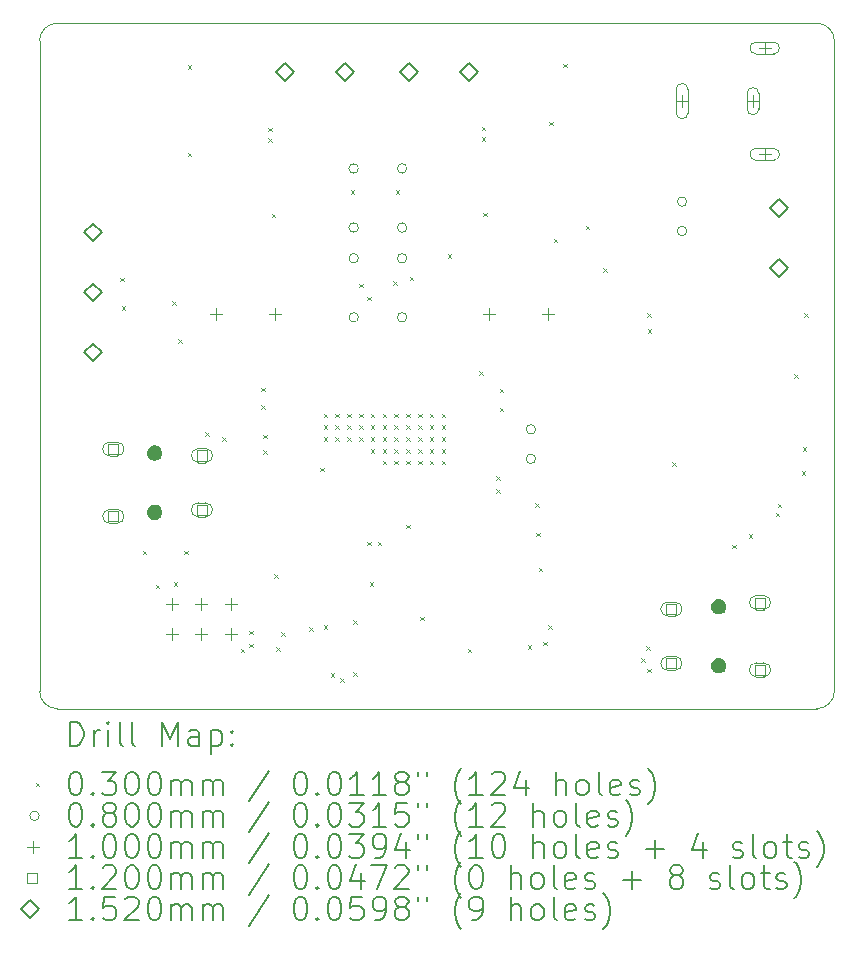
<source format=gbr>
%TF.GenerationSoftware,KiCad,Pcbnew,9.0.3*%
%TF.CreationDate,2025-08-11T22:09:38-04:00*%
%TF.ProjectId,Class D Amplifier,436c6173-7320-4442-9041-6d706c696669,rev?*%
%TF.SameCoordinates,Original*%
%TF.FileFunction,Drillmap*%
%TF.FilePolarity,Positive*%
%FSLAX45Y45*%
G04 Gerber Fmt 4.5, Leading zero omitted, Abs format (unit mm)*
G04 Created by KiCad (PCBNEW 9.0.3) date 2025-08-11 22:09:38*
%MOMM*%
%LPD*%
G01*
G04 APERTURE LIST*
%ADD10C,0.050000*%
%ADD11C,0.000000*%
%ADD12C,0.200000*%
%ADD13C,0.100000*%
%ADD14C,0.120000*%
%ADD15C,0.152000*%
G04 APERTURE END LIST*
D10*
X3480000Y-9733934D02*
G75*
G02*
X3329996Y-9583934I0J150004D01*
G01*
X9910000Y-9733930D02*
X3480000Y-9733934D01*
X3480000Y-3930000D02*
X9910000Y-3930000D01*
X9910000Y-3930000D02*
G75*
G02*
X10060000Y-4080000I0J-150000D01*
G01*
X10060000Y-9583930D02*
X10060000Y-4080000D01*
X3330000Y-4080000D02*
G75*
G02*
X3480000Y-3930000I150000J0D01*
G01*
X3330000Y-9583934D02*
X3330000Y-4080000D01*
X10060000Y-9583934D02*
G75*
G02*
X9910000Y-9733930I-150000J4D01*
G01*
D11*
G36*
X4323869Y-7507849D02*
G01*
X4335641Y-7512725D01*
X4346236Y-7519804D01*
X4355246Y-7528814D01*
X4362325Y-7539409D01*
X4367201Y-7551181D01*
X4369687Y-7563679D01*
X4369687Y-7576421D01*
X4367201Y-7588918D01*
X4362325Y-7600691D01*
X4355246Y-7611286D01*
X4346236Y-7620296D01*
X4335641Y-7627375D01*
X4323869Y-7632251D01*
X4311371Y-7634737D01*
X4298629Y-7634737D01*
X4286132Y-7632251D01*
X4274359Y-7627375D01*
X4263764Y-7620296D01*
X4254754Y-7611286D01*
X4247675Y-7600691D01*
X4242799Y-7588918D01*
X4240313Y-7576421D01*
X4240313Y-7563679D01*
X4242799Y-7551181D01*
X4247675Y-7539409D01*
X4254754Y-7528814D01*
X4263764Y-7519804D01*
X4274359Y-7512725D01*
X4286132Y-7507849D01*
X4298629Y-7505363D01*
X4311371Y-7505363D01*
X4323869Y-7507849D01*
G37*
G36*
X4323869Y-8007749D02*
G01*
X4335641Y-8012625D01*
X4346236Y-8019704D01*
X4355246Y-8028714D01*
X4362325Y-8039309D01*
X4367201Y-8051081D01*
X4369687Y-8063579D01*
X4369687Y-8076321D01*
X4367201Y-8088818D01*
X4362325Y-8100591D01*
X4355246Y-8111186D01*
X4346236Y-8120196D01*
X4335641Y-8127275D01*
X4323869Y-8132151D01*
X4311371Y-8134637D01*
X4298629Y-8134637D01*
X4286132Y-8132151D01*
X4274359Y-8127275D01*
X4263764Y-8120196D01*
X4254754Y-8111186D01*
X4247675Y-8100591D01*
X4242799Y-8088818D01*
X4240313Y-8076321D01*
X4240313Y-8063579D01*
X4242799Y-8051081D01*
X4247675Y-8039309D01*
X4254754Y-8028714D01*
X4263764Y-8019704D01*
X4274359Y-8012625D01*
X4286132Y-8007749D01*
X4298629Y-8005263D01*
X4311371Y-8005263D01*
X4323869Y-8007749D01*
G37*
G36*
X9098869Y-8807849D02*
G01*
X9110641Y-8812725D01*
X9121236Y-8819804D01*
X9130246Y-8828814D01*
X9137325Y-8839409D01*
X9142201Y-8851182D01*
X9144687Y-8863679D01*
X9144687Y-8876421D01*
X9142201Y-8888919D01*
X9137325Y-8900691D01*
X9130246Y-8911286D01*
X9121236Y-8920296D01*
X9110641Y-8927375D01*
X9098869Y-8932251D01*
X9086371Y-8934737D01*
X9073629Y-8934737D01*
X9061132Y-8932251D01*
X9049359Y-8927375D01*
X9038764Y-8920296D01*
X9029754Y-8911286D01*
X9022675Y-8900691D01*
X9017799Y-8888919D01*
X9015313Y-8876421D01*
X9015313Y-8863679D01*
X9017799Y-8851182D01*
X9022675Y-8839409D01*
X9029754Y-8828814D01*
X9038764Y-8819804D01*
X9049359Y-8812725D01*
X9061132Y-8807849D01*
X9073629Y-8805363D01*
X9086371Y-8805363D01*
X9098869Y-8807849D01*
G37*
G36*
X9098869Y-9307749D02*
G01*
X9110641Y-9312625D01*
X9121236Y-9319704D01*
X9130246Y-9328714D01*
X9137325Y-9339309D01*
X9142201Y-9351082D01*
X9144687Y-9363579D01*
X9144687Y-9376321D01*
X9142201Y-9388819D01*
X9137325Y-9400591D01*
X9130246Y-9411186D01*
X9121236Y-9420196D01*
X9110641Y-9427275D01*
X9098869Y-9432151D01*
X9086371Y-9434637D01*
X9073629Y-9434637D01*
X9061132Y-9432151D01*
X9049359Y-9427275D01*
X9038764Y-9420196D01*
X9029754Y-9411186D01*
X9022675Y-9400591D01*
X9017799Y-9388819D01*
X9015313Y-9376321D01*
X9015313Y-9363579D01*
X9017799Y-9351082D01*
X9022675Y-9339309D01*
X9029754Y-9328714D01*
X9038764Y-9319704D01*
X9049359Y-9312625D01*
X9061132Y-9307749D01*
X9073629Y-9305263D01*
X9086371Y-9305263D01*
X9098869Y-9307749D01*
G37*
D12*
D13*
X4015000Y-6085000D02*
X4045000Y-6115000D01*
X4045000Y-6085000D02*
X4015000Y-6115000D01*
X4025000Y-6325000D02*
X4055000Y-6355000D01*
X4055000Y-6325000D02*
X4025000Y-6355000D01*
X4205000Y-8395000D02*
X4235000Y-8425000D01*
X4235000Y-8395000D02*
X4205000Y-8425000D01*
X4315000Y-8685000D02*
X4345000Y-8715000D01*
X4345000Y-8685000D02*
X4315000Y-8715000D01*
X4455000Y-6285000D02*
X4485000Y-6315000D01*
X4485000Y-6285000D02*
X4455000Y-6315000D01*
X4465000Y-8665000D02*
X4495000Y-8695000D01*
X4495000Y-8665000D02*
X4465000Y-8695000D01*
X4505000Y-6605000D02*
X4535000Y-6635000D01*
X4535000Y-6605000D02*
X4505000Y-6635000D01*
X4555000Y-8395000D02*
X4585000Y-8425000D01*
X4585000Y-8395000D02*
X4555000Y-8425000D01*
X4585000Y-4285000D02*
X4615000Y-4315000D01*
X4615000Y-4285000D02*
X4585000Y-4315000D01*
X4585000Y-5025000D02*
X4615000Y-5055000D01*
X4615000Y-5025000D02*
X4585000Y-5055000D01*
X4735000Y-7395000D02*
X4765000Y-7425000D01*
X4765000Y-7395000D02*
X4735000Y-7425000D01*
X4875000Y-7435000D02*
X4905000Y-7465000D01*
X4905000Y-7435000D02*
X4875000Y-7465000D01*
X5035000Y-9225000D02*
X5065000Y-9255000D01*
X5065000Y-9225000D02*
X5035000Y-9255000D01*
X5105000Y-9075000D02*
X5135000Y-9105000D01*
X5135000Y-9075000D02*
X5105000Y-9105000D01*
X5105000Y-9185000D02*
X5135000Y-9215000D01*
X5135000Y-9185000D02*
X5105000Y-9215000D01*
X5205000Y-7015000D02*
X5235000Y-7045000D01*
X5235000Y-7015000D02*
X5205000Y-7045000D01*
X5205000Y-7165000D02*
X5235000Y-7195000D01*
X5235000Y-7165000D02*
X5205000Y-7195000D01*
X5225000Y-7415000D02*
X5255000Y-7445000D01*
X5255000Y-7415000D02*
X5225000Y-7445000D01*
X5225000Y-7545000D02*
X5255000Y-7575000D01*
X5255000Y-7545000D02*
X5225000Y-7575000D01*
X5265000Y-4815000D02*
X5295000Y-4845000D01*
X5295000Y-4815000D02*
X5265000Y-4845000D01*
X5265000Y-4905000D02*
X5295000Y-4935000D01*
X5295000Y-4905000D02*
X5265000Y-4935000D01*
X5295000Y-5545000D02*
X5325000Y-5575000D01*
X5325000Y-5545000D02*
X5295000Y-5575000D01*
X5315000Y-8595000D02*
X5345000Y-8625000D01*
X5345000Y-8595000D02*
X5315000Y-8625000D01*
X5335000Y-9215000D02*
X5365000Y-9245000D01*
X5365000Y-9215000D02*
X5335000Y-9245000D01*
X5375000Y-9085000D02*
X5405000Y-9115000D01*
X5405000Y-9085000D02*
X5375000Y-9115000D01*
X5615000Y-9045000D02*
X5645000Y-9075000D01*
X5645000Y-9045000D02*
X5615000Y-9075000D01*
X5705000Y-7695000D02*
X5735000Y-7725000D01*
X5735000Y-7695000D02*
X5705000Y-7725000D01*
X5735000Y-7235000D02*
X5765000Y-7265000D01*
X5765000Y-7235000D02*
X5735000Y-7265000D01*
X5735000Y-7335000D02*
X5765000Y-7365000D01*
X5765000Y-7335000D02*
X5735000Y-7365000D01*
X5735000Y-7435000D02*
X5765000Y-7465000D01*
X5765000Y-7435000D02*
X5735000Y-7465000D01*
X5735000Y-9025000D02*
X5765000Y-9055000D01*
X5765000Y-9025000D02*
X5735000Y-9055000D01*
X5795000Y-9435000D02*
X5825000Y-9465000D01*
X5825000Y-9435000D02*
X5795000Y-9465000D01*
X5835000Y-7235000D02*
X5865000Y-7265000D01*
X5865000Y-7235000D02*
X5835000Y-7265000D01*
X5835000Y-7335000D02*
X5865000Y-7365000D01*
X5865000Y-7335000D02*
X5835000Y-7365000D01*
X5835000Y-7435000D02*
X5865000Y-7465000D01*
X5865000Y-7435000D02*
X5835000Y-7465000D01*
X5875000Y-9475000D02*
X5905000Y-9505000D01*
X5905000Y-9475000D02*
X5875000Y-9505000D01*
X5935000Y-7235000D02*
X5965000Y-7265000D01*
X5965000Y-7235000D02*
X5935000Y-7265000D01*
X5935000Y-7335000D02*
X5965000Y-7365000D01*
X5965000Y-7335000D02*
X5935000Y-7365000D01*
X5935000Y-7435000D02*
X5965000Y-7465000D01*
X5965000Y-7435000D02*
X5935000Y-7465000D01*
X5965000Y-5345000D02*
X5995000Y-5375000D01*
X5995000Y-5345000D02*
X5965000Y-5375000D01*
X5985000Y-8985000D02*
X6015000Y-9015000D01*
X6015000Y-8985000D02*
X5985000Y-9015000D01*
X5985000Y-9425000D02*
X6015000Y-9455000D01*
X6015000Y-9425000D02*
X5985000Y-9455000D01*
X6035000Y-6135000D02*
X6065000Y-6165000D01*
X6065000Y-6135000D02*
X6035000Y-6165000D01*
X6035000Y-7235000D02*
X6065000Y-7265000D01*
X6065000Y-7235000D02*
X6035000Y-7265000D01*
X6035000Y-7335000D02*
X6065000Y-7365000D01*
X6065000Y-7335000D02*
X6035000Y-7365000D01*
X6035000Y-7435000D02*
X6065000Y-7465000D01*
X6065000Y-7435000D02*
X6035000Y-7465000D01*
X6105000Y-6245000D02*
X6135000Y-6275000D01*
X6135000Y-6245000D02*
X6105000Y-6275000D01*
X6105000Y-8319900D02*
X6135000Y-8349900D01*
X6135000Y-8319900D02*
X6105000Y-8349900D01*
X6125000Y-8665000D02*
X6155000Y-8695000D01*
X6155000Y-8665000D02*
X6125000Y-8695000D01*
X6135000Y-7235000D02*
X6165000Y-7265000D01*
X6165000Y-7235000D02*
X6135000Y-7265000D01*
X6135000Y-7335000D02*
X6165000Y-7365000D01*
X6165000Y-7335000D02*
X6135000Y-7365000D01*
X6135000Y-7435000D02*
X6165000Y-7465000D01*
X6165000Y-7435000D02*
X6135000Y-7465000D01*
X6135000Y-7535000D02*
X6165000Y-7565000D01*
X6165000Y-7535000D02*
X6135000Y-7565000D01*
X6195000Y-8319900D02*
X6225000Y-8349900D01*
X6225000Y-8319900D02*
X6195000Y-8349900D01*
X6235000Y-7235000D02*
X6265000Y-7265000D01*
X6265000Y-7235000D02*
X6235000Y-7265000D01*
X6235000Y-7335000D02*
X6265000Y-7365000D01*
X6265000Y-7335000D02*
X6235000Y-7365000D01*
X6235000Y-7435000D02*
X6265000Y-7465000D01*
X6265000Y-7435000D02*
X6235000Y-7465000D01*
X6235000Y-7535000D02*
X6265000Y-7565000D01*
X6265000Y-7535000D02*
X6235000Y-7565000D01*
X6235000Y-7635000D02*
X6265000Y-7665000D01*
X6265000Y-7635000D02*
X6235000Y-7665000D01*
X6325000Y-6115000D02*
X6355000Y-6145000D01*
X6355000Y-6115000D02*
X6325000Y-6145000D01*
X6335000Y-7235000D02*
X6365000Y-7265000D01*
X6365000Y-7235000D02*
X6335000Y-7265000D01*
X6335000Y-7335000D02*
X6365000Y-7365000D01*
X6365000Y-7335000D02*
X6335000Y-7365000D01*
X6335000Y-7435000D02*
X6365000Y-7465000D01*
X6365000Y-7435000D02*
X6335000Y-7465000D01*
X6335000Y-7535000D02*
X6365000Y-7565000D01*
X6365000Y-7535000D02*
X6335000Y-7565000D01*
X6335000Y-7635000D02*
X6365000Y-7665000D01*
X6365000Y-7635000D02*
X6335000Y-7665000D01*
X6345000Y-5345000D02*
X6375000Y-5375000D01*
X6375000Y-5345000D02*
X6345000Y-5375000D01*
X6435000Y-7235000D02*
X6465000Y-7265000D01*
X6465000Y-7235000D02*
X6435000Y-7265000D01*
X6435000Y-7335000D02*
X6465000Y-7365000D01*
X6465000Y-7335000D02*
X6435000Y-7365000D01*
X6435000Y-7435000D02*
X6465000Y-7465000D01*
X6465000Y-7435000D02*
X6435000Y-7465000D01*
X6435000Y-7535000D02*
X6465000Y-7565000D01*
X6465000Y-7535000D02*
X6435000Y-7565000D01*
X6435000Y-7635000D02*
X6465000Y-7665000D01*
X6465000Y-7635000D02*
X6435000Y-7665000D01*
X6435000Y-8175000D02*
X6465000Y-8205000D01*
X6465000Y-8175000D02*
X6435000Y-8205000D01*
X6465000Y-6075000D02*
X6495000Y-6105000D01*
X6495000Y-6075000D02*
X6465000Y-6105000D01*
X6535000Y-7235000D02*
X6565000Y-7265000D01*
X6565000Y-7235000D02*
X6535000Y-7265000D01*
X6535000Y-7335000D02*
X6565000Y-7365000D01*
X6565000Y-7335000D02*
X6535000Y-7365000D01*
X6535000Y-7435000D02*
X6565000Y-7465000D01*
X6565000Y-7435000D02*
X6535000Y-7465000D01*
X6535000Y-7535000D02*
X6565000Y-7565000D01*
X6565000Y-7535000D02*
X6535000Y-7565000D01*
X6535000Y-7635000D02*
X6565000Y-7665000D01*
X6565000Y-7635000D02*
X6535000Y-7665000D01*
X6555000Y-8955000D02*
X6585000Y-8985000D01*
X6585000Y-8955000D02*
X6555000Y-8985000D01*
X6635000Y-7235000D02*
X6665000Y-7265000D01*
X6665000Y-7235000D02*
X6635000Y-7265000D01*
X6635000Y-7335000D02*
X6665000Y-7365000D01*
X6665000Y-7335000D02*
X6635000Y-7365000D01*
X6635000Y-7435000D02*
X6665000Y-7465000D01*
X6665000Y-7435000D02*
X6635000Y-7465000D01*
X6635000Y-7535000D02*
X6665000Y-7565000D01*
X6665000Y-7535000D02*
X6635000Y-7565000D01*
X6635000Y-7635000D02*
X6665000Y-7665000D01*
X6665000Y-7635000D02*
X6635000Y-7665000D01*
X6735000Y-7235000D02*
X6765000Y-7265000D01*
X6765000Y-7235000D02*
X6735000Y-7265000D01*
X6735000Y-7335000D02*
X6765000Y-7365000D01*
X6765000Y-7335000D02*
X6735000Y-7365000D01*
X6735000Y-7435000D02*
X6765000Y-7465000D01*
X6765000Y-7435000D02*
X6735000Y-7465000D01*
X6735000Y-7535000D02*
X6765000Y-7565000D01*
X6765000Y-7535000D02*
X6735000Y-7565000D01*
X6735000Y-7635000D02*
X6765000Y-7665000D01*
X6765000Y-7635000D02*
X6735000Y-7665000D01*
X6785000Y-5885000D02*
X6815000Y-5915000D01*
X6815000Y-5885000D02*
X6785000Y-5915000D01*
X6955000Y-9225000D02*
X6985000Y-9255000D01*
X6985000Y-9225000D02*
X6955000Y-9255000D01*
X7055000Y-6875000D02*
X7085000Y-6905000D01*
X7085000Y-6875000D02*
X7055000Y-6905000D01*
X7075000Y-4805000D02*
X7105000Y-4835000D01*
X7105000Y-4805000D02*
X7075000Y-4835000D01*
X7075000Y-4895000D02*
X7105000Y-4925000D01*
X7105000Y-4895000D02*
X7075000Y-4925000D01*
X7085000Y-5535000D02*
X7115000Y-5565000D01*
X7115000Y-5535000D02*
X7085000Y-5565000D01*
X7195000Y-7765000D02*
X7225000Y-7795000D01*
X7225000Y-7765000D02*
X7195000Y-7795000D01*
X7195000Y-7875000D02*
X7225000Y-7905000D01*
X7225000Y-7875000D02*
X7195000Y-7905000D01*
X7225000Y-7025000D02*
X7255000Y-7055000D01*
X7255000Y-7025000D02*
X7225000Y-7055000D01*
X7225000Y-7185000D02*
X7255000Y-7215000D01*
X7255000Y-7185000D02*
X7225000Y-7215000D01*
X7465000Y-9195000D02*
X7495000Y-9225000D01*
X7495000Y-9195000D02*
X7465000Y-9225000D01*
X7525000Y-7995000D02*
X7555000Y-8025000D01*
X7555000Y-7995000D02*
X7525000Y-8025000D01*
X7535000Y-8245000D02*
X7565000Y-8275000D01*
X7565000Y-8245000D02*
X7535000Y-8275000D01*
X7555000Y-8540000D02*
X7585000Y-8570000D01*
X7585000Y-8540000D02*
X7555000Y-8570000D01*
X7595000Y-9165000D02*
X7625000Y-9195000D01*
X7625000Y-9165000D02*
X7595000Y-9195000D01*
X7635000Y-9025000D02*
X7665000Y-9055000D01*
X7665000Y-9025000D02*
X7635000Y-9055000D01*
X7645000Y-4765000D02*
X7675000Y-4795000D01*
X7675000Y-4765000D02*
X7645000Y-4795000D01*
X7685000Y-5755000D02*
X7715000Y-5785000D01*
X7715000Y-5755000D02*
X7685000Y-5785000D01*
X7765000Y-4275000D02*
X7795000Y-4305000D01*
X7795000Y-4275000D02*
X7765000Y-4305000D01*
X7955000Y-5645000D02*
X7985000Y-5675000D01*
X7985000Y-5645000D02*
X7955000Y-5675000D01*
X8105000Y-6005000D02*
X8135000Y-6035000D01*
X8135000Y-6005000D02*
X8105000Y-6035000D01*
X8425000Y-9305000D02*
X8455000Y-9335000D01*
X8455000Y-9305000D02*
X8425000Y-9335000D01*
X8465000Y-9205000D02*
X8495000Y-9235000D01*
X8495000Y-9205000D02*
X8465000Y-9235000D01*
X8475000Y-6385000D02*
X8505000Y-6415000D01*
X8505000Y-6385000D02*
X8475000Y-6415000D01*
X8475000Y-9395000D02*
X8505000Y-9425000D01*
X8505000Y-9395000D02*
X8475000Y-9425000D01*
X8480000Y-6520000D02*
X8510000Y-6550000D01*
X8510000Y-6520000D02*
X8480000Y-6550000D01*
X8685000Y-7645000D02*
X8715000Y-7675000D01*
X8715000Y-7645000D02*
X8685000Y-7675000D01*
X9195000Y-8345000D02*
X9225000Y-8375000D01*
X9225000Y-8345000D02*
X9195000Y-8375000D01*
X9335000Y-8255000D02*
X9365000Y-8285000D01*
X9365000Y-8255000D02*
X9335000Y-8285000D01*
X9565000Y-8075000D02*
X9595000Y-8105000D01*
X9595000Y-8075000D02*
X9565000Y-8105000D01*
X9580000Y-8000000D02*
X9610000Y-8030000D01*
X9610000Y-8000000D02*
X9580000Y-8030000D01*
X9720000Y-6900000D02*
X9750000Y-6930000D01*
X9750000Y-6900000D02*
X9720000Y-6930000D01*
X9785000Y-7725000D02*
X9815000Y-7755000D01*
X9815000Y-7725000D02*
X9785000Y-7755000D01*
X9790000Y-7520000D02*
X9820000Y-7550000D01*
X9820000Y-7520000D02*
X9790000Y-7550000D01*
X9805000Y-6385000D02*
X9835000Y-6415000D01*
X9835000Y-6385000D02*
X9805000Y-6415000D01*
X6030000Y-5160000D02*
G75*
G02*
X5950000Y-5160000I-40000J0D01*
G01*
X5950000Y-5160000D02*
G75*
G02*
X6030000Y-5160000I40000J0D01*
G01*
X6030000Y-5660000D02*
G75*
G02*
X5950000Y-5660000I-40000J0D01*
G01*
X5950000Y-5660000D02*
G75*
G02*
X6030000Y-5660000I40000J0D01*
G01*
X6030000Y-5920000D02*
G75*
G02*
X5950000Y-5920000I-40000J0D01*
G01*
X5950000Y-5920000D02*
G75*
G02*
X6030000Y-5920000I40000J0D01*
G01*
X6030000Y-6420000D02*
G75*
G02*
X5950000Y-6420000I-40000J0D01*
G01*
X5950000Y-6420000D02*
G75*
G02*
X6030000Y-6420000I40000J0D01*
G01*
X6440000Y-5160000D02*
G75*
G02*
X6360000Y-5160000I-40000J0D01*
G01*
X6360000Y-5160000D02*
G75*
G02*
X6440000Y-5160000I40000J0D01*
G01*
X6440000Y-5660000D02*
G75*
G02*
X6360000Y-5660000I-40000J0D01*
G01*
X6360000Y-5660000D02*
G75*
G02*
X6440000Y-5660000I40000J0D01*
G01*
X6440000Y-5920000D02*
G75*
G02*
X6360000Y-5920000I-40000J0D01*
G01*
X6360000Y-5920000D02*
G75*
G02*
X6440000Y-5920000I40000J0D01*
G01*
X6440000Y-6420000D02*
G75*
G02*
X6360000Y-6420000I-40000J0D01*
G01*
X6360000Y-6420000D02*
G75*
G02*
X6440000Y-6420000I40000J0D01*
G01*
X7530000Y-7368238D02*
G75*
G02*
X7450000Y-7368238I-40000J0D01*
G01*
X7450000Y-7368238D02*
G75*
G02*
X7530000Y-7368238I40000J0D01*
G01*
X7530000Y-7618238D02*
G75*
G02*
X7450000Y-7618238I-40000J0D01*
G01*
X7450000Y-7618238D02*
G75*
G02*
X7530000Y-7618238I40000J0D01*
G01*
X8810000Y-5440000D02*
G75*
G02*
X8730000Y-5440000I-40000J0D01*
G01*
X8730000Y-5440000D02*
G75*
G02*
X8810000Y-5440000I40000J0D01*
G01*
X8810000Y-5690000D02*
G75*
G02*
X8730000Y-5690000I-40000J0D01*
G01*
X8730000Y-5690000D02*
G75*
G02*
X8810000Y-5690000I40000J0D01*
G01*
X4450000Y-8800000D02*
X4450000Y-8900000D01*
X4400000Y-8850000D02*
X4500000Y-8850000D01*
X4450000Y-9050000D02*
X4450000Y-9150000D01*
X4400000Y-9100000D02*
X4500000Y-9100000D01*
X4700000Y-8800000D02*
X4700000Y-8900000D01*
X4650000Y-8850000D02*
X4750000Y-8850000D01*
X4700000Y-9050000D02*
X4700000Y-9150000D01*
X4650000Y-9100000D02*
X4750000Y-9100000D01*
X4826768Y-6340000D02*
X4826768Y-6440000D01*
X4776768Y-6390000D02*
X4876768Y-6390000D01*
X4950000Y-8800000D02*
X4950000Y-8900000D01*
X4900000Y-8850000D02*
X5000000Y-8850000D01*
X4950000Y-9050000D02*
X4950000Y-9150000D01*
X4900000Y-9100000D02*
X5000000Y-9100000D01*
X5326768Y-6340000D02*
X5326768Y-6440000D01*
X5276768Y-6390000D02*
X5376768Y-6390000D01*
X7136768Y-6340000D02*
X7136768Y-6440000D01*
X7086768Y-6390000D02*
X7186768Y-6390000D01*
X7636768Y-6340000D02*
X7636768Y-6440000D01*
X7586768Y-6390000D02*
X7686768Y-6390000D01*
X8770000Y-4540000D02*
X8770000Y-4640000D01*
X8720000Y-4590000D02*
X8820000Y-4590000D01*
X8820000Y-4690000D02*
X8820000Y-4490000D01*
X8720000Y-4490000D02*
G75*
G02*
X8820000Y-4490000I50000J0D01*
G01*
X8720000Y-4490000D02*
X8720000Y-4690000D01*
X8720000Y-4690000D02*
G75*
G03*
X8820000Y-4690000I50000J0D01*
G01*
X9370000Y-4540000D02*
X9370000Y-4640000D01*
X9320000Y-4590000D02*
X9420000Y-4590000D01*
X9420000Y-4655000D02*
X9420000Y-4525000D01*
X9320000Y-4525000D02*
G75*
G02*
X9420000Y-4525000I50000J0D01*
G01*
X9320000Y-4525000D02*
X9320000Y-4655000D01*
X9320000Y-4655000D02*
G75*
G03*
X9420000Y-4655000I50000J0D01*
G01*
X9470000Y-4090000D02*
X9470000Y-4190000D01*
X9420000Y-4140000D02*
X9520000Y-4140000D01*
X9395000Y-4190000D02*
X9545000Y-4190000D01*
X9545000Y-4090000D02*
G75*
G02*
X9545000Y-4190000I0J-50000D01*
G01*
X9545000Y-4090000D02*
X9395000Y-4090000D01*
X9395000Y-4090000D02*
G75*
G03*
X9395000Y-4190000I0J-50000D01*
G01*
X9470000Y-4990000D02*
X9470000Y-5090000D01*
X9420000Y-5040000D02*
X9520000Y-5040000D01*
X9395000Y-5090000D02*
X9545000Y-5090000D01*
X9545000Y-4990000D02*
G75*
G02*
X9545000Y-5090000I0J-50000D01*
G01*
X9545000Y-4990000D02*
X9395000Y-4990000D01*
X9395000Y-4990000D02*
G75*
G03*
X9395000Y-5090000I0J-50000D01*
G01*
D14*
X3997427Y-7577427D02*
X3997427Y-7492573D01*
X3912573Y-7492573D01*
X3912573Y-7577427D01*
X3997427Y-7577427D01*
D13*
X3925000Y-7595000D02*
X3985000Y-7595000D01*
X3985000Y-7475000D02*
G75*
G02*
X3985000Y-7595000I0J-60000D01*
G01*
X3985000Y-7475000D02*
X3925000Y-7475000D01*
X3925000Y-7475000D02*
G75*
G03*
X3925000Y-7595000I0J-60000D01*
G01*
D14*
X3997427Y-8147427D02*
X3997427Y-8062573D01*
X3912573Y-8062573D01*
X3912573Y-8147427D01*
X3997427Y-8147427D01*
D13*
X3925000Y-8165000D02*
X3985000Y-8165000D01*
X3985000Y-8045000D02*
G75*
G02*
X3985000Y-8165000I0J-60000D01*
G01*
X3985000Y-8045000D02*
X3925000Y-8045000D01*
X3925000Y-8045000D02*
G75*
G03*
X3925000Y-8165000I0J-60000D01*
G01*
D14*
X4747427Y-7632427D02*
X4747427Y-7547573D01*
X4662573Y-7547573D01*
X4662573Y-7632427D01*
X4747427Y-7632427D01*
D13*
X4675000Y-7650000D02*
X4735000Y-7650000D01*
X4735000Y-7530000D02*
G75*
G02*
X4735000Y-7650000I0J-60000D01*
G01*
X4735000Y-7530000D02*
X4675000Y-7530000D01*
X4675000Y-7530000D02*
G75*
G03*
X4675000Y-7650000I0J-60000D01*
G01*
D14*
X4747427Y-8092427D02*
X4747427Y-8007573D01*
X4662573Y-8007573D01*
X4662573Y-8092427D01*
X4747427Y-8092427D01*
D13*
X4675000Y-8110000D02*
X4735000Y-8110000D01*
X4735000Y-7990000D02*
G75*
G02*
X4735000Y-8110000I0J-60000D01*
G01*
X4735000Y-7990000D02*
X4675000Y-7990000D01*
X4675000Y-7990000D02*
G75*
G03*
X4675000Y-8110000I0J-60000D01*
G01*
D14*
X8722427Y-8932427D02*
X8722427Y-8847573D01*
X8637573Y-8847573D01*
X8637573Y-8932427D01*
X8722427Y-8932427D01*
D13*
X8710000Y-8830000D02*
X8650000Y-8830000D01*
X8650000Y-8950000D02*
G75*
G02*
X8650000Y-8830000I0J60000D01*
G01*
X8650000Y-8950000D02*
X8710000Y-8950000D01*
X8710000Y-8950000D02*
G75*
G03*
X8710000Y-8830000I0J60000D01*
G01*
D14*
X8722427Y-9392427D02*
X8722427Y-9307573D01*
X8637573Y-9307573D01*
X8637573Y-9392427D01*
X8722427Y-9392427D01*
D13*
X8710000Y-9290000D02*
X8650000Y-9290000D01*
X8650000Y-9410000D02*
G75*
G02*
X8650000Y-9290000I0J60000D01*
G01*
X8650000Y-9410000D02*
X8710000Y-9410000D01*
X8710000Y-9410000D02*
G75*
G03*
X8710000Y-9290000I0J60000D01*
G01*
D14*
X9472427Y-8877427D02*
X9472427Y-8792573D01*
X9387573Y-8792573D01*
X9387573Y-8877427D01*
X9472427Y-8877427D01*
D13*
X9460000Y-8775000D02*
X9400000Y-8775000D01*
X9400000Y-8895000D02*
G75*
G02*
X9400000Y-8775000I0J60000D01*
G01*
X9400000Y-8895000D02*
X9460000Y-8895000D01*
X9460000Y-8895000D02*
G75*
G03*
X9460000Y-8775000I0J60000D01*
G01*
D14*
X9472427Y-9447427D02*
X9472427Y-9362573D01*
X9387573Y-9362573D01*
X9387573Y-9447427D01*
X9472427Y-9447427D01*
D13*
X9460000Y-9345000D02*
X9400000Y-9345000D01*
X9400000Y-9465000D02*
G75*
G02*
X9400000Y-9345000I0J60000D01*
G01*
X9400000Y-9465000D02*
X9460000Y-9465000D01*
X9460000Y-9465000D02*
G75*
G03*
X9460000Y-9345000I0J60000D01*
G01*
D15*
X3780000Y-5778000D02*
X3856000Y-5702000D01*
X3780000Y-5626000D01*
X3704000Y-5702000D01*
X3780000Y-5778000D01*
X3780000Y-6286000D02*
X3856000Y-6210000D01*
X3780000Y-6134000D01*
X3704000Y-6210000D01*
X3780000Y-6286000D01*
X3780000Y-6794000D02*
X3856000Y-6718000D01*
X3780000Y-6642000D01*
X3704000Y-6718000D01*
X3780000Y-6794000D01*
X5406000Y-4416000D02*
X5482000Y-4340000D01*
X5406000Y-4264000D01*
X5330000Y-4340000D01*
X5406000Y-4416000D01*
X5914000Y-4416000D02*
X5990000Y-4340000D01*
X5914000Y-4264000D01*
X5838000Y-4340000D01*
X5914000Y-4416000D01*
X6462000Y-4416000D02*
X6538000Y-4340000D01*
X6462000Y-4264000D01*
X6386000Y-4340000D01*
X6462000Y-4416000D01*
X6970000Y-4416000D02*
X7046000Y-4340000D01*
X6970000Y-4264000D01*
X6894000Y-4340000D01*
X6970000Y-4416000D01*
X9590000Y-5572000D02*
X9666000Y-5496000D01*
X9590000Y-5420000D01*
X9514000Y-5496000D01*
X9590000Y-5572000D01*
X9590000Y-6080000D02*
X9666000Y-6004000D01*
X9590000Y-5928000D01*
X9514000Y-6004000D01*
X9590000Y-6080000D01*
D12*
X3588277Y-10047918D02*
X3588277Y-9847918D01*
X3588277Y-9847918D02*
X3635896Y-9847918D01*
X3635896Y-9847918D02*
X3664467Y-9857442D01*
X3664467Y-9857442D02*
X3683515Y-9876489D01*
X3683515Y-9876489D02*
X3693039Y-9895537D01*
X3693039Y-9895537D02*
X3702562Y-9933632D01*
X3702562Y-9933632D02*
X3702562Y-9962204D01*
X3702562Y-9962204D02*
X3693039Y-10000299D01*
X3693039Y-10000299D02*
X3683515Y-10019346D01*
X3683515Y-10019346D02*
X3664467Y-10038394D01*
X3664467Y-10038394D02*
X3635896Y-10047918D01*
X3635896Y-10047918D02*
X3588277Y-10047918D01*
X3788277Y-10047918D02*
X3788277Y-9914584D01*
X3788277Y-9952680D02*
X3797801Y-9933632D01*
X3797801Y-9933632D02*
X3807324Y-9924108D01*
X3807324Y-9924108D02*
X3826372Y-9914584D01*
X3826372Y-9914584D02*
X3845420Y-9914584D01*
X3912086Y-10047918D02*
X3912086Y-9914584D01*
X3912086Y-9847918D02*
X3902562Y-9857442D01*
X3902562Y-9857442D02*
X3912086Y-9866965D01*
X3912086Y-9866965D02*
X3921610Y-9857442D01*
X3921610Y-9857442D02*
X3912086Y-9847918D01*
X3912086Y-9847918D02*
X3912086Y-9866965D01*
X4035896Y-10047918D02*
X4016848Y-10038394D01*
X4016848Y-10038394D02*
X4007324Y-10019346D01*
X4007324Y-10019346D02*
X4007324Y-9847918D01*
X4140658Y-10047918D02*
X4121610Y-10038394D01*
X4121610Y-10038394D02*
X4112086Y-10019346D01*
X4112086Y-10019346D02*
X4112086Y-9847918D01*
X4369229Y-10047918D02*
X4369229Y-9847918D01*
X4369229Y-9847918D02*
X4435896Y-9990775D01*
X4435896Y-9990775D02*
X4502563Y-9847918D01*
X4502563Y-9847918D02*
X4502563Y-10047918D01*
X4683515Y-10047918D02*
X4683515Y-9943156D01*
X4683515Y-9943156D02*
X4673991Y-9924108D01*
X4673991Y-9924108D02*
X4654944Y-9914584D01*
X4654944Y-9914584D02*
X4616848Y-9914584D01*
X4616848Y-9914584D02*
X4597801Y-9924108D01*
X4683515Y-10038394D02*
X4664467Y-10047918D01*
X4664467Y-10047918D02*
X4616848Y-10047918D01*
X4616848Y-10047918D02*
X4597801Y-10038394D01*
X4597801Y-10038394D02*
X4588277Y-10019346D01*
X4588277Y-10019346D02*
X4588277Y-10000299D01*
X4588277Y-10000299D02*
X4597801Y-9981251D01*
X4597801Y-9981251D02*
X4616848Y-9971727D01*
X4616848Y-9971727D02*
X4664467Y-9971727D01*
X4664467Y-9971727D02*
X4683515Y-9962204D01*
X4778753Y-9914584D02*
X4778753Y-10114584D01*
X4778753Y-9924108D02*
X4797801Y-9914584D01*
X4797801Y-9914584D02*
X4835896Y-9914584D01*
X4835896Y-9914584D02*
X4854944Y-9924108D01*
X4854944Y-9924108D02*
X4864467Y-9933632D01*
X4864467Y-9933632D02*
X4873991Y-9952680D01*
X4873991Y-9952680D02*
X4873991Y-10009823D01*
X4873991Y-10009823D02*
X4864467Y-10028870D01*
X4864467Y-10028870D02*
X4854944Y-10038394D01*
X4854944Y-10038394D02*
X4835896Y-10047918D01*
X4835896Y-10047918D02*
X4797801Y-10047918D01*
X4797801Y-10047918D02*
X4778753Y-10038394D01*
X4959705Y-10028870D02*
X4969229Y-10038394D01*
X4969229Y-10038394D02*
X4959705Y-10047918D01*
X4959705Y-10047918D02*
X4950182Y-10038394D01*
X4950182Y-10038394D02*
X4959705Y-10028870D01*
X4959705Y-10028870D02*
X4959705Y-10047918D01*
X4959705Y-9924108D02*
X4969229Y-9933632D01*
X4969229Y-9933632D02*
X4959705Y-9943156D01*
X4959705Y-9943156D02*
X4950182Y-9933632D01*
X4950182Y-9933632D02*
X4959705Y-9924108D01*
X4959705Y-9924108D02*
X4959705Y-9943156D01*
D13*
X3297500Y-10361434D02*
X3327500Y-10391434D01*
X3327500Y-10361434D02*
X3297500Y-10391434D01*
D12*
X3626372Y-10267918D02*
X3645420Y-10267918D01*
X3645420Y-10267918D02*
X3664467Y-10277442D01*
X3664467Y-10277442D02*
X3673991Y-10286965D01*
X3673991Y-10286965D02*
X3683515Y-10306013D01*
X3683515Y-10306013D02*
X3693039Y-10344108D01*
X3693039Y-10344108D02*
X3693039Y-10391727D01*
X3693039Y-10391727D02*
X3683515Y-10429823D01*
X3683515Y-10429823D02*
X3673991Y-10448870D01*
X3673991Y-10448870D02*
X3664467Y-10458394D01*
X3664467Y-10458394D02*
X3645420Y-10467918D01*
X3645420Y-10467918D02*
X3626372Y-10467918D01*
X3626372Y-10467918D02*
X3607324Y-10458394D01*
X3607324Y-10458394D02*
X3597801Y-10448870D01*
X3597801Y-10448870D02*
X3588277Y-10429823D01*
X3588277Y-10429823D02*
X3578753Y-10391727D01*
X3578753Y-10391727D02*
X3578753Y-10344108D01*
X3578753Y-10344108D02*
X3588277Y-10306013D01*
X3588277Y-10306013D02*
X3597801Y-10286965D01*
X3597801Y-10286965D02*
X3607324Y-10277442D01*
X3607324Y-10277442D02*
X3626372Y-10267918D01*
X3778753Y-10448870D02*
X3788277Y-10458394D01*
X3788277Y-10458394D02*
X3778753Y-10467918D01*
X3778753Y-10467918D02*
X3769229Y-10458394D01*
X3769229Y-10458394D02*
X3778753Y-10448870D01*
X3778753Y-10448870D02*
X3778753Y-10467918D01*
X3854943Y-10267918D02*
X3978753Y-10267918D01*
X3978753Y-10267918D02*
X3912086Y-10344108D01*
X3912086Y-10344108D02*
X3940658Y-10344108D01*
X3940658Y-10344108D02*
X3959705Y-10353632D01*
X3959705Y-10353632D02*
X3969229Y-10363156D01*
X3969229Y-10363156D02*
X3978753Y-10382204D01*
X3978753Y-10382204D02*
X3978753Y-10429823D01*
X3978753Y-10429823D02*
X3969229Y-10448870D01*
X3969229Y-10448870D02*
X3959705Y-10458394D01*
X3959705Y-10458394D02*
X3940658Y-10467918D01*
X3940658Y-10467918D02*
X3883515Y-10467918D01*
X3883515Y-10467918D02*
X3864467Y-10458394D01*
X3864467Y-10458394D02*
X3854943Y-10448870D01*
X4102562Y-10267918D02*
X4121610Y-10267918D01*
X4121610Y-10267918D02*
X4140658Y-10277442D01*
X4140658Y-10277442D02*
X4150182Y-10286965D01*
X4150182Y-10286965D02*
X4159705Y-10306013D01*
X4159705Y-10306013D02*
X4169229Y-10344108D01*
X4169229Y-10344108D02*
X4169229Y-10391727D01*
X4169229Y-10391727D02*
X4159705Y-10429823D01*
X4159705Y-10429823D02*
X4150182Y-10448870D01*
X4150182Y-10448870D02*
X4140658Y-10458394D01*
X4140658Y-10458394D02*
X4121610Y-10467918D01*
X4121610Y-10467918D02*
X4102562Y-10467918D01*
X4102562Y-10467918D02*
X4083515Y-10458394D01*
X4083515Y-10458394D02*
X4073991Y-10448870D01*
X4073991Y-10448870D02*
X4064467Y-10429823D01*
X4064467Y-10429823D02*
X4054943Y-10391727D01*
X4054943Y-10391727D02*
X4054943Y-10344108D01*
X4054943Y-10344108D02*
X4064467Y-10306013D01*
X4064467Y-10306013D02*
X4073991Y-10286965D01*
X4073991Y-10286965D02*
X4083515Y-10277442D01*
X4083515Y-10277442D02*
X4102562Y-10267918D01*
X4293039Y-10267918D02*
X4312086Y-10267918D01*
X4312086Y-10267918D02*
X4331134Y-10277442D01*
X4331134Y-10277442D02*
X4340658Y-10286965D01*
X4340658Y-10286965D02*
X4350182Y-10306013D01*
X4350182Y-10306013D02*
X4359705Y-10344108D01*
X4359705Y-10344108D02*
X4359705Y-10391727D01*
X4359705Y-10391727D02*
X4350182Y-10429823D01*
X4350182Y-10429823D02*
X4340658Y-10448870D01*
X4340658Y-10448870D02*
X4331134Y-10458394D01*
X4331134Y-10458394D02*
X4312086Y-10467918D01*
X4312086Y-10467918D02*
X4293039Y-10467918D01*
X4293039Y-10467918D02*
X4273991Y-10458394D01*
X4273991Y-10458394D02*
X4264467Y-10448870D01*
X4264467Y-10448870D02*
X4254944Y-10429823D01*
X4254944Y-10429823D02*
X4245420Y-10391727D01*
X4245420Y-10391727D02*
X4245420Y-10344108D01*
X4245420Y-10344108D02*
X4254944Y-10306013D01*
X4254944Y-10306013D02*
X4264467Y-10286965D01*
X4264467Y-10286965D02*
X4273991Y-10277442D01*
X4273991Y-10277442D02*
X4293039Y-10267918D01*
X4445420Y-10467918D02*
X4445420Y-10334584D01*
X4445420Y-10353632D02*
X4454944Y-10344108D01*
X4454944Y-10344108D02*
X4473991Y-10334584D01*
X4473991Y-10334584D02*
X4502563Y-10334584D01*
X4502563Y-10334584D02*
X4521610Y-10344108D01*
X4521610Y-10344108D02*
X4531134Y-10363156D01*
X4531134Y-10363156D02*
X4531134Y-10467918D01*
X4531134Y-10363156D02*
X4540658Y-10344108D01*
X4540658Y-10344108D02*
X4559705Y-10334584D01*
X4559705Y-10334584D02*
X4588277Y-10334584D01*
X4588277Y-10334584D02*
X4607325Y-10344108D01*
X4607325Y-10344108D02*
X4616848Y-10363156D01*
X4616848Y-10363156D02*
X4616848Y-10467918D01*
X4712086Y-10467918D02*
X4712086Y-10334584D01*
X4712086Y-10353632D02*
X4721610Y-10344108D01*
X4721610Y-10344108D02*
X4740658Y-10334584D01*
X4740658Y-10334584D02*
X4769229Y-10334584D01*
X4769229Y-10334584D02*
X4788277Y-10344108D01*
X4788277Y-10344108D02*
X4797801Y-10363156D01*
X4797801Y-10363156D02*
X4797801Y-10467918D01*
X4797801Y-10363156D02*
X4807325Y-10344108D01*
X4807325Y-10344108D02*
X4826372Y-10334584D01*
X4826372Y-10334584D02*
X4854944Y-10334584D01*
X4854944Y-10334584D02*
X4873991Y-10344108D01*
X4873991Y-10344108D02*
X4883515Y-10363156D01*
X4883515Y-10363156D02*
X4883515Y-10467918D01*
X5273991Y-10258394D02*
X5102563Y-10515537D01*
X5531134Y-10267918D02*
X5550182Y-10267918D01*
X5550182Y-10267918D02*
X5569229Y-10277442D01*
X5569229Y-10277442D02*
X5578753Y-10286965D01*
X5578753Y-10286965D02*
X5588277Y-10306013D01*
X5588277Y-10306013D02*
X5597801Y-10344108D01*
X5597801Y-10344108D02*
X5597801Y-10391727D01*
X5597801Y-10391727D02*
X5588277Y-10429823D01*
X5588277Y-10429823D02*
X5578753Y-10448870D01*
X5578753Y-10448870D02*
X5569229Y-10458394D01*
X5569229Y-10458394D02*
X5550182Y-10467918D01*
X5550182Y-10467918D02*
X5531134Y-10467918D01*
X5531134Y-10467918D02*
X5512087Y-10458394D01*
X5512087Y-10458394D02*
X5502563Y-10448870D01*
X5502563Y-10448870D02*
X5493039Y-10429823D01*
X5493039Y-10429823D02*
X5483515Y-10391727D01*
X5483515Y-10391727D02*
X5483515Y-10344108D01*
X5483515Y-10344108D02*
X5493039Y-10306013D01*
X5493039Y-10306013D02*
X5502563Y-10286965D01*
X5502563Y-10286965D02*
X5512087Y-10277442D01*
X5512087Y-10277442D02*
X5531134Y-10267918D01*
X5683515Y-10448870D02*
X5693039Y-10458394D01*
X5693039Y-10458394D02*
X5683515Y-10467918D01*
X5683515Y-10467918D02*
X5673991Y-10458394D01*
X5673991Y-10458394D02*
X5683515Y-10448870D01*
X5683515Y-10448870D02*
X5683515Y-10467918D01*
X5816848Y-10267918D02*
X5835896Y-10267918D01*
X5835896Y-10267918D02*
X5854944Y-10277442D01*
X5854944Y-10277442D02*
X5864467Y-10286965D01*
X5864467Y-10286965D02*
X5873991Y-10306013D01*
X5873991Y-10306013D02*
X5883515Y-10344108D01*
X5883515Y-10344108D02*
X5883515Y-10391727D01*
X5883515Y-10391727D02*
X5873991Y-10429823D01*
X5873991Y-10429823D02*
X5864467Y-10448870D01*
X5864467Y-10448870D02*
X5854944Y-10458394D01*
X5854944Y-10458394D02*
X5835896Y-10467918D01*
X5835896Y-10467918D02*
X5816848Y-10467918D01*
X5816848Y-10467918D02*
X5797801Y-10458394D01*
X5797801Y-10458394D02*
X5788277Y-10448870D01*
X5788277Y-10448870D02*
X5778753Y-10429823D01*
X5778753Y-10429823D02*
X5769229Y-10391727D01*
X5769229Y-10391727D02*
X5769229Y-10344108D01*
X5769229Y-10344108D02*
X5778753Y-10306013D01*
X5778753Y-10306013D02*
X5788277Y-10286965D01*
X5788277Y-10286965D02*
X5797801Y-10277442D01*
X5797801Y-10277442D02*
X5816848Y-10267918D01*
X6073991Y-10467918D02*
X5959706Y-10467918D01*
X6016848Y-10467918D02*
X6016848Y-10267918D01*
X6016848Y-10267918D02*
X5997801Y-10296489D01*
X5997801Y-10296489D02*
X5978753Y-10315537D01*
X5978753Y-10315537D02*
X5959706Y-10325061D01*
X6264467Y-10467918D02*
X6150182Y-10467918D01*
X6207325Y-10467918D02*
X6207325Y-10267918D01*
X6207325Y-10267918D02*
X6188277Y-10296489D01*
X6188277Y-10296489D02*
X6169229Y-10315537D01*
X6169229Y-10315537D02*
X6150182Y-10325061D01*
X6378753Y-10353632D02*
X6359706Y-10344108D01*
X6359706Y-10344108D02*
X6350182Y-10334584D01*
X6350182Y-10334584D02*
X6340658Y-10315537D01*
X6340658Y-10315537D02*
X6340658Y-10306013D01*
X6340658Y-10306013D02*
X6350182Y-10286965D01*
X6350182Y-10286965D02*
X6359706Y-10277442D01*
X6359706Y-10277442D02*
X6378753Y-10267918D01*
X6378753Y-10267918D02*
X6416848Y-10267918D01*
X6416848Y-10267918D02*
X6435896Y-10277442D01*
X6435896Y-10277442D02*
X6445420Y-10286965D01*
X6445420Y-10286965D02*
X6454944Y-10306013D01*
X6454944Y-10306013D02*
X6454944Y-10315537D01*
X6454944Y-10315537D02*
X6445420Y-10334584D01*
X6445420Y-10334584D02*
X6435896Y-10344108D01*
X6435896Y-10344108D02*
X6416848Y-10353632D01*
X6416848Y-10353632D02*
X6378753Y-10353632D01*
X6378753Y-10353632D02*
X6359706Y-10363156D01*
X6359706Y-10363156D02*
X6350182Y-10372680D01*
X6350182Y-10372680D02*
X6340658Y-10391727D01*
X6340658Y-10391727D02*
X6340658Y-10429823D01*
X6340658Y-10429823D02*
X6350182Y-10448870D01*
X6350182Y-10448870D02*
X6359706Y-10458394D01*
X6359706Y-10458394D02*
X6378753Y-10467918D01*
X6378753Y-10467918D02*
X6416848Y-10467918D01*
X6416848Y-10467918D02*
X6435896Y-10458394D01*
X6435896Y-10458394D02*
X6445420Y-10448870D01*
X6445420Y-10448870D02*
X6454944Y-10429823D01*
X6454944Y-10429823D02*
X6454944Y-10391727D01*
X6454944Y-10391727D02*
X6445420Y-10372680D01*
X6445420Y-10372680D02*
X6435896Y-10363156D01*
X6435896Y-10363156D02*
X6416848Y-10353632D01*
X6531134Y-10267918D02*
X6531134Y-10306013D01*
X6607325Y-10267918D02*
X6607325Y-10306013D01*
X6902563Y-10544108D02*
X6893039Y-10534584D01*
X6893039Y-10534584D02*
X6873991Y-10506013D01*
X6873991Y-10506013D02*
X6864468Y-10486965D01*
X6864468Y-10486965D02*
X6854944Y-10458394D01*
X6854944Y-10458394D02*
X6845420Y-10410775D01*
X6845420Y-10410775D02*
X6845420Y-10372680D01*
X6845420Y-10372680D02*
X6854944Y-10325061D01*
X6854944Y-10325061D02*
X6864468Y-10296489D01*
X6864468Y-10296489D02*
X6873991Y-10277442D01*
X6873991Y-10277442D02*
X6893039Y-10248870D01*
X6893039Y-10248870D02*
X6902563Y-10239346D01*
X7083515Y-10467918D02*
X6969229Y-10467918D01*
X7026372Y-10467918D02*
X7026372Y-10267918D01*
X7026372Y-10267918D02*
X7007325Y-10296489D01*
X7007325Y-10296489D02*
X6988277Y-10315537D01*
X6988277Y-10315537D02*
X6969229Y-10325061D01*
X7159706Y-10286965D02*
X7169229Y-10277442D01*
X7169229Y-10277442D02*
X7188277Y-10267918D01*
X7188277Y-10267918D02*
X7235896Y-10267918D01*
X7235896Y-10267918D02*
X7254944Y-10277442D01*
X7254944Y-10277442D02*
X7264468Y-10286965D01*
X7264468Y-10286965D02*
X7273991Y-10306013D01*
X7273991Y-10306013D02*
X7273991Y-10325061D01*
X7273991Y-10325061D02*
X7264468Y-10353632D01*
X7264468Y-10353632D02*
X7150182Y-10467918D01*
X7150182Y-10467918D02*
X7273991Y-10467918D01*
X7445420Y-10334584D02*
X7445420Y-10467918D01*
X7397801Y-10258394D02*
X7350182Y-10401251D01*
X7350182Y-10401251D02*
X7473991Y-10401251D01*
X7702563Y-10467918D02*
X7702563Y-10267918D01*
X7788277Y-10467918D02*
X7788277Y-10363156D01*
X7788277Y-10363156D02*
X7778753Y-10344108D01*
X7778753Y-10344108D02*
X7759706Y-10334584D01*
X7759706Y-10334584D02*
X7731134Y-10334584D01*
X7731134Y-10334584D02*
X7712087Y-10344108D01*
X7712087Y-10344108D02*
X7702563Y-10353632D01*
X7912087Y-10467918D02*
X7893039Y-10458394D01*
X7893039Y-10458394D02*
X7883515Y-10448870D01*
X7883515Y-10448870D02*
X7873991Y-10429823D01*
X7873991Y-10429823D02*
X7873991Y-10372680D01*
X7873991Y-10372680D02*
X7883515Y-10353632D01*
X7883515Y-10353632D02*
X7893039Y-10344108D01*
X7893039Y-10344108D02*
X7912087Y-10334584D01*
X7912087Y-10334584D02*
X7940658Y-10334584D01*
X7940658Y-10334584D02*
X7959706Y-10344108D01*
X7959706Y-10344108D02*
X7969230Y-10353632D01*
X7969230Y-10353632D02*
X7978753Y-10372680D01*
X7978753Y-10372680D02*
X7978753Y-10429823D01*
X7978753Y-10429823D02*
X7969230Y-10448870D01*
X7969230Y-10448870D02*
X7959706Y-10458394D01*
X7959706Y-10458394D02*
X7940658Y-10467918D01*
X7940658Y-10467918D02*
X7912087Y-10467918D01*
X8093039Y-10467918D02*
X8073991Y-10458394D01*
X8073991Y-10458394D02*
X8064468Y-10439346D01*
X8064468Y-10439346D02*
X8064468Y-10267918D01*
X8245420Y-10458394D02*
X8226372Y-10467918D01*
X8226372Y-10467918D02*
X8188277Y-10467918D01*
X8188277Y-10467918D02*
X8169230Y-10458394D01*
X8169230Y-10458394D02*
X8159706Y-10439346D01*
X8159706Y-10439346D02*
X8159706Y-10363156D01*
X8159706Y-10363156D02*
X8169230Y-10344108D01*
X8169230Y-10344108D02*
X8188277Y-10334584D01*
X8188277Y-10334584D02*
X8226372Y-10334584D01*
X8226372Y-10334584D02*
X8245420Y-10344108D01*
X8245420Y-10344108D02*
X8254944Y-10363156D01*
X8254944Y-10363156D02*
X8254944Y-10382204D01*
X8254944Y-10382204D02*
X8159706Y-10401251D01*
X8331134Y-10458394D02*
X8350182Y-10467918D01*
X8350182Y-10467918D02*
X8388277Y-10467918D01*
X8388277Y-10467918D02*
X8407325Y-10458394D01*
X8407325Y-10458394D02*
X8416849Y-10439346D01*
X8416849Y-10439346D02*
X8416849Y-10429823D01*
X8416849Y-10429823D02*
X8407325Y-10410775D01*
X8407325Y-10410775D02*
X8388277Y-10401251D01*
X8388277Y-10401251D02*
X8359706Y-10401251D01*
X8359706Y-10401251D02*
X8340658Y-10391727D01*
X8340658Y-10391727D02*
X8331134Y-10372680D01*
X8331134Y-10372680D02*
X8331134Y-10363156D01*
X8331134Y-10363156D02*
X8340658Y-10344108D01*
X8340658Y-10344108D02*
X8359706Y-10334584D01*
X8359706Y-10334584D02*
X8388277Y-10334584D01*
X8388277Y-10334584D02*
X8407325Y-10344108D01*
X8483515Y-10544108D02*
X8493039Y-10534584D01*
X8493039Y-10534584D02*
X8512087Y-10506013D01*
X8512087Y-10506013D02*
X8521611Y-10486965D01*
X8521611Y-10486965D02*
X8531134Y-10458394D01*
X8531134Y-10458394D02*
X8540658Y-10410775D01*
X8540658Y-10410775D02*
X8540658Y-10372680D01*
X8540658Y-10372680D02*
X8531134Y-10325061D01*
X8531134Y-10325061D02*
X8521611Y-10296489D01*
X8521611Y-10296489D02*
X8512087Y-10277442D01*
X8512087Y-10277442D02*
X8493039Y-10248870D01*
X8493039Y-10248870D02*
X8483515Y-10239346D01*
D13*
X3327500Y-10640434D02*
G75*
G02*
X3247500Y-10640434I-40000J0D01*
G01*
X3247500Y-10640434D02*
G75*
G02*
X3327500Y-10640434I40000J0D01*
G01*
D12*
X3626372Y-10531918D02*
X3645420Y-10531918D01*
X3645420Y-10531918D02*
X3664467Y-10541442D01*
X3664467Y-10541442D02*
X3673991Y-10550965D01*
X3673991Y-10550965D02*
X3683515Y-10570013D01*
X3683515Y-10570013D02*
X3693039Y-10608108D01*
X3693039Y-10608108D02*
X3693039Y-10655727D01*
X3693039Y-10655727D02*
X3683515Y-10693823D01*
X3683515Y-10693823D02*
X3673991Y-10712870D01*
X3673991Y-10712870D02*
X3664467Y-10722394D01*
X3664467Y-10722394D02*
X3645420Y-10731918D01*
X3645420Y-10731918D02*
X3626372Y-10731918D01*
X3626372Y-10731918D02*
X3607324Y-10722394D01*
X3607324Y-10722394D02*
X3597801Y-10712870D01*
X3597801Y-10712870D02*
X3588277Y-10693823D01*
X3588277Y-10693823D02*
X3578753Y-10655727D01*
X3578753Y-10655727D02*
X3578753Y-10608108D01*
X3578753Y-10608108D02*
X3588277Y-10570013D01*
X3588277Y-10570013D02*
X3597801Y-10550965D01*
X3597801Y-10550965D02*
X3607324Y-10541442D01*
X3607324Y-10541442D02*
X3626372Y-10531918D01*
X3778753Y-10712870D02*
X3788277Y-10722394D01*
X3788277Y-10722394D02*
X3778753Y-10731918D01*
X3778753Y-10731918D02*
X3769229Y-10722394D01*
X3769229Y-10722394D02*
X3778753Y-10712870D01*
X3778753Y-10712870D02*
X3778753Y-10731918D01*
X3902562Y-10617632D02*
X3883515Y-10608108D01*
X3883515Y-10608108D02*
X3873991Y-10598584D01*
X3873991Y-10598584D02*
X3864467Y-10579537D01*
X3864467Y-10579537D02*
X3864467Y-10570013D01*
X3864467Y-10570013D02*
X3873991Y-10550965D01*
X3873991Y-10550965D02*
X3883515Y-10541442D01*
X3883515Y-10541442D02*
X3902562Y-10531918D01*
X3902562Y-10531918D02*
X3940658Y-10531918D01*
X3940658Y-10531918D02*
X3959705Y-10541442D01*
X3959705Y-10541442D02*
X3969229Y-10550965D01*
X3969229Y-10550965D02*
X3978753Y-10570013D01*
X3978753Y-10570013D02*
X3978753Y-10579537D01*
X3978753Y-10579537D02*
X3969229Y-10598584D01*
X3969229Y-10598584D02*
X3959705Y-10608108D01*
X3959705Y-10608108D02*
X3940658Y-10617632D01*
X3940658Y-10617632D02*
X3902562Y-10617632D01*
X3902562Y-10617632D02*
X3883515Y-10627156D01*
X3883515Y-10627156D02*
X3873991Y-10636680D01*
X3873991Y-10636680D02*
X3864467Y-10655727D01*
X3864467Y-10655727D02*
X3864467Y-10693823D01*
X3864467Y-10693823D02*
X3873991Y-10712870D01*
X3873991Y-10712870D02*
X3883515Y-10722394D01*
X3883515Y-10722394D02*
X3902562Y-10731918D01*
X3902562Y-10731918D02*
X3940658Y-10731918D01*
X3940658Y-10731918D02*
X3959705Y-10722394D01*
X3959705Y-10722394D02*
X3969229Y-10712870D01*
X3969229Y-10712870D02*
X3978753Y-10693823D01*
X3978753Y-10693823D02*
X3978753Y-10655727D01*
X3978753Y-10655727D02*
X3969229Y-10636680D01*
X3969229Y-10636680D02*
X3959705Y-10627156D01*
X3959705Y-10627156D02*
X3940658Y-10617632D01*
X4102562Y-10531918D02*
X4121610Y-10531918D01*
X4121610Y-10531918D02*
X4140658Y-10541442D01*
X4140658Y-10541442D02*
X4150182Y-10550965D01*
X4150182Y-10550965D02*
X4159705Y-10570013D01*
X4159705Y-10570013D02*
X4169229Y-10608108D01*
X4169229Y-10608108D02*
X4169229Y-10655727D01*
X4169229Y-10655727D02*
X4159705Y-10693823D01*
X4159705Y-10693823D02*
X4150182Y-10712870D01*
X4150182Y-10712870D02*
X4140658Y-10722394D01*
X4140658Y-10722394D02*
X4121610Y-10731918D01*
X4121610Y-10731918D02*
X4102562Y-10731918D01*
X4102562Y-10731918D02*
X4083515Y-10722394D01*
X4083515Y-10722394D02*
X4073991Y-10712870D01*
X4073991Y-10712870D02*
X4064467Y-10693823D01*
X4064467Y-10693823D02*
X4054943Y-10655727D01*
X4054943Y-10655727D02*
X4054943Y-10608108D01*
X4054943Y-10608108D02*
X4064467Y-10570013D01*
X4064467Y-10570013D02*
X4073991Y-10550965D01*
X4073991Y-10550965D02*
X4083515Y-10541442D01*
X4083515Y-10541442D02*
X4102562Y-10531918D01*
X4293039Y-10531918D02*
X4312086Y-10531918D01*
X4312086Y-10531918D02*
X4331134Y-10541442D01*
X4331134Y-10541442D02*
X4340658Y-10550965D01*
X4340658Y-10550965D02*
X4350182Y-10570013D01*
X4350182Y-10570013D02*
X4359705Y-10608108D01*
X4359705Y-10608108D02*
X4359705Y-10655727D01*
X4359705Y-10655727D02*
X4350182Y-10693823D01*
X4350182Y-10693823D02*
X4340658Y-10712870D01*
X4340658Y-10712870D02*
X4331134Y-10722394D01*
X4331134Y-10722394D02*
X4312086Y-10731918D01*
X4312086Y-10731918D02*
X4293039Y-10731918D01*
X4293039Y-10731918D02*
X4273991Y-10722394D01*
X4273991Y-10722394D02*
X4264467Y-10712870D01*
X4264467Y-10712870D02*
X4254944Y-10693823D01*
X4254944Y-10693823D02*
X4245420Y-10655727D01*
X4245420Y-10655727D02*
X4245420Y-10608108D01*
X4245420Y-10608108D02*
X4254944Y-10570013D01*
X4254944Y-10570013D02*
X4264467Y-10550965D01*
X4264467Y-10550965D02*
X4273991Y-10541442D01*
X4273991Y-10541442D02*
X4293039Y-10531918D01*
X4445420Y-10731918D02*
X4445420Y-10598584D01*
X4445420Y-10617632D02*
X4454944Y-10608108D01*
X4454944Y-10608108D02*
X4473991Y-10598584D01*
X4473991Y-10598584D02*
X4502563Y-10598584D01*
X4502563Y-10598584D02*
X4521610Y-10608108D01*
X4521610Y-10608108D02*
X4531134Y-10627156D01*
X4531134Y-10627156D02*
X4531134Y-10731918D01*
X4531134Y-10627156D02*
X4540658Y-10608108D01*
X4540658Y-10608108D02*
X4559705Y-10598584D01*
X4559705Y-10598584D02*
X4588277Y-10598584D01*
X4588277Y-10598584D02*
X4607325Y-10608108D01*
X4607325Y-10608108D02*
X4616848Y-10627156D01*
X4616848Y-10627156D02*
X4616848Y-10731918D01*
X4712086Y-10731918D02*
X4712086Y-10598584D01*
X4712086Y-10617632D02*
X4721610Y-10608108D01*
X4721610Y-10608108D02*
X4740658Y-10598584D01*
X4740658Y-10598584D02*
X4769229Y-10598584D01*
X4769229Y-10598584D02*
X4788277Y-10608108D01*
X4788277Y-10608108D02*
X4797801Y-10627156D01*
X4797801Y-10627156D02*
X4797801Y-10731918D01*
X4797801Y-10627156D02*
X4807325Y-10608108D01*
X4807325Y-10608108D02*
X4826372Y-10598584D01*
X4826372Y-10598584D02*
X4854944Y-10598584D01*
X4854944Y-10598584D02*
X4873991Y-10608108D01*
X4873991Y-10608108D02*
X4883515Y-10627156D01*
X4883515Y-10627156D02*
X4883515Y-10731918D01*
X5273991Y-10522394D02*
X5102563Y-10779537D01*
X5531134Y-10531918D02*
X5550182Y-10531918D01*
X5550182Y-10531918D02*
X5569229Y-10541442D01*
X5569229Y-10541442D02*
X5578753Y-10550965D01*
X5578753Y-10550965D02*
X5588277Y-10570013D01*
X5588277Y-10570013D02*
X5597801Y-10608108D01*
X5597801Y-10608108D02*
X5597801Y-10655727D01*
X5597801Y-10655727D02*
X5588277Y-10693823D01*
X5588277Y-10693823D02*
X5578753Y-10712870D01*
X5578753Y-10712870D02*
X5569229Y-10722394D01*
X5569229Y-10722394D02*
X5550182Y-10731918D01*
X5550182Y-10731918D02*
X5531134Y-10731918D01*
X5531134Y-10731918D02*
X5512087Y-10722394D01*
X5512087Y-10722394D02*
X5502563Y-10712870D01*
X5502563Y-10712870D02*
X5493039Y-10693823D01*
X5493039Y-10693823D02*
X5483515Y-10655727D01*
X5483515Y-10655727D02*
X5483515Y-10608108D01*
X5483515Y-10608108D02*
X5493039Y-10570013D01*
X5493039Y-10570013D02*
X5502563Y-10550965D01*
X5502563Y-10550965D02*
X5512087Y-10541442D01*
X5512087Y-10541442D02*
X5531134Y-10531918D01*
X5683515Y-10712870D02*
X5693039Y-10722394D01*
X5693039Y-10722394D02*
X5683515Y-10731918D01*
X5683515Y-10731918D02*
X5673991Y-10722394D01*
X5673991Y-10722394D02*
X5683515Y-10712870D01*
X5683515Y-10712870D02*
X5683515Y-10731918D01*
X5816848Y-10531918D02*
X5835896Y-10531918D01*
X5835896Y-10531918D02*
X5854944Y-10541442D01*
X5854944Y-10541442D02*
X5864467Y-10550965D01*
X5864467Y-10550965D02*
X5873991Y-10570013D01*
X5873991Y-10570013D02*
X5883515Y-10608108D01*
X5883515Y-10608108D02*
X5883515Y-10655727D01*
X5883515Y-10655727D02*
X5873991Y-10693823D01*
X5873991Y-10693823D02*
X5864467Y-10712870D01*
X5864467Y-10712870D02*
X5854944Y-10722394D01*
X5854944Y-10722394D02*
X5835896Y-10731918D01*
X5835896Y-10731918D02*
X5816848Y-10731918D01*
X5816848Y-10731918D02*
X5797801Y-10722394D01*
X5797801Y-10722394D02*
X5788277Y-10712870D01*
X5788277Y-10712870D02*
X5778753Y-10693823D01*
X5778753Y-10693823D02*
X5769229Y-10655727D01*
X5769229Y-10655727D02*
X5769229Y-10608108D01*
X5769229Y-10608108D02*
X5778753Y-10570013D01*
X5778753Y-10570013D02*
X5788277Y-10550965D01*
X5788277Y-10550965D02*
X5797801Y-10541442D01*
X5797801Y-10541442D02*
X5816848Y-10531918D01*
X5950182Y-10531918D02*
X6073991Y-10531918D01*
X6073991Y-10531918D02*
X6007325Y-10608108D01*
X6007325Y-10608108D02*
X6035896Y-10608108D01*
X6035896Y-10608108D02*
X6054944Y-10617632D01*
X6054944Y-10617632D02*
X6064467Y-10627156D01*
X6064467Y-10627156D02*
X6073991Y-10646204D01*
X6073991Y-10646204D02*
X6073991Y-10693823D01*
X6073991Y-10693823D02*
X6064467Y-10712870D01*
X6064467Y-10712870D02*
X6054944Y-10722394D01*
X6054944Y-10722394D02*
X6035896Y-10731918D01*
X6035896Y-10731918D02*
X5978753Y-10731918D01*
X5978753Y-10731918D02*
X5959706Y-10722394D01*
X5959706Y-10722394D02*
X5950182Y-10712870D01*
X6264467Y-10731918D02*
X6150182Y-10731918D01*
X6207325Y-10731918D02*
X6207325Y-10531918D01*
X6207325Y-10531918D02*
X6188277Y-10560489D01*
X6188277Y-10560489D02*
X6169229Y-10579537D01*
X6169229Y-10579537D02*
X6150182Y-10589061D01*
X6445420Y-10531918D02*
X6350182Y-10531918D01*
X6350182Y-10531918D02*
X6340658Y-10627156D01*
X6340658Y-10627156D02*
X6350182Y-10617632D01*
X6350182Y-10617632D02*
X6369229Y-10608108D01*
X6369229Y-10608108D02*
X6416848Y-10608108D01*
X6416848Y-10608108D02*
X6435896Y-10617632D01*
X6435896Y-10617632D02*
X6445420Y-10627156D01*
X6445420Y-10627156D02*
X6454944Y-10646204D01*
X6454944Y-10646204D02*
X6454944Y-10693823D01*
X6454944Y-10693823D02*
X6445420Y-10712870D01*
X6445420Y-10712870D02*
X6435896Y-10722394D01*
X6435896Y-10722394D02*
X6416848Y-10731918D01*
X6416848Y-10731918D02*
X6369229Y-10731918D01*
X6369229Y-10731918D02*
X6350182Y-10722394D01*
X6350182Y-10722394D02*
X6340658Y-10712870D01*
X6531134Y-10531918D02*
X6531134Y-10570013D01*
X6607325Y-10531918D02*
X6607325Y-10570013D01*
X6902563Y-10808108D02*
X6893039Y-10798584D01*
X6893039Y-10798584D02*
X6873991Y-10770013D01*
X6873991Y-10770013D02*
X6864468Y-10750965D01*
X6864468Y-10750965D02*
X6854944Y-10722394D01*
X6854944Y-10722394D02*
X6845420Y-10674775D01*
X6845420Y-10674775D02*
X6845420Y-10636680D01*
X6845420Y-10636680D02*
X6854944Y-10589061D01*
X6854944Y-10589061D02*
X6864468Y-10560489D01*
X6864468Y-10560489D02*
X6873991Y-10541442D01*
X6873991Y-10541442D02*
X6893039Y-10512870D01*
X6893039Y-10512870D02*
X6902563Y-10503346D01*
X7083515Y-10731918D02*
X6969229Y-10731918D01*
X7026372Y-10731918D02*
X7026372Y-10531918D01*
X7026372Y-10531918D02*
X7007325Y-10560489D01*
X7007325Y-10560489D02*
X6988277Y-10579537D01*
X6988277Y-10579537D02*
X6969229Y-10589061D01*
X7159706Y-10550965D02*
X7169229Y-10541442D01*
X7169229Y-10541442D02*
X7188277Y-10531918D01*
X7188277Y-10531918D02*
X7235896Y-10531918D01*
X7235896Y-10531918D02*
X7254944Y-10541442D01*
X7254944Y-10541442D02*
X7264468Y-10550965D01*
X7264468Y-10550965D02*
X7273991Y-10570013D01*
X7273991Y-10570013D02*
X7273991Y-10589061D01*
X7273991Y-10589061D02*
X7264468Y-10617632D01*
X7264468Y-10617632D02*
X7150182Y-10731918D01*
X7150182Y-10731918D02*
X7273991Y-10731918D01*
X7512087Y-10731918D02*
X7512087Y-10531918D01*
X7597801Y-10731918D02*
X7597801Y-10627156D01*
X7597801Y-10627156D02*
X7588277Y-10608108D01*
X7588277Y-10608108D02*
X7569230Y-10598584D01*
X7569230Y-10598584D02*
X7540658Y-10598584D01*
X7540658Y-10598584D02*
X7521610Y-10608108D01*
X7521610Y-10608108D02*
X7512087Y-10617632D01*
X7721610Y-10731918D02*
X7702563Y-10722394D01*
X7702563Y-10722394D02*
X7693039Y-10712870D01*
X7693039Y-10712870D02*
X7683515Y-10693823D01*
X7683515Y-10693823D02*
X7683515Y-10636680D01*
X7683515Y-10636680D02*
X7693039Y-10617632D01*
X7693039Y-10617632D02*
X7702563Y-10608108D01*
X7702563Y-10608108D02*
X7721610Y-10598584D01*
X7721610Y-10598584D02*
X7750182Y-10598584D01*
X7750182Y-10598584D02*
X7769230Y-10608108D01*
X7769230Y-10608108D02*
X7778753Y-10617632D01*
X7778753Y-10617632D02*
X7788277Y-10636680D01*
X7788277Y-10636680D02*
X7788277Y-10693823D01*
X7788277Y-10693823D02*
X7778753Y-10712870D01*
X7778753Y-10712870D02*
X7769230Y-10722394D01*
X7769230Y-10722394D02*
X7750182Y-10731918D01*
X7750182Y-10731918D02*
X7721610Y-10731918D01*
X7902563Y-10731918D02*
X7883515Y-10722394D01*
X7883515Y-10722394D02*
X7873991Y-10703346D01*
X7873991Y-10703346D02*
X7873991Y-10531918D01*
X8054944Y-10722394D02*
X8035896Y-10731918D01*
X8035896Y-10731918D02*
X7997801Y-10731918D01*
X7997801Y-10731918D02*
X7978753Y-10722394D01*
X7978753Y-10722394D02*
X7969230Y-10703346D01*
X7969230Y-10703346D02*
X7969230Y-10627156D01*
X7969230Y-10627156D02*
X7978753Y-10608108D01*
X7978753Y-10608108D02*
X7997801Y-10598584D01*
X7997801Y-10598584D02*
X8035896Y-10598584D01*
X8035896Y-10598584D02*
X8054944Y-10608108D01*
X8054944Y-10608108D02*
X8064468Y-10627156D01*
X8064468Y-10627156D02*
X8064468Y-10646204D01*
X8064468Y-10646204D02*
X7969230Y-10665251D01*
X8140658Y-10722394D02*
X8159706Y-10731918D01*
X8159706Y-10731918D02*
X8197801Y-10731918D01*
X8197801Y-10731918D02*
X8216849Y-10722394D01*
X8216849Y-10722394D02*
X8226372Y-10703346D01*
X8226372Y-10703346D02*
X8226372Y-10693823D01*
X8226372Y-10693823D02*
X8216849Y-10674775D01*
X8216849Y-10674775D02*
X8197801Y-10665251D01*
X8197801Y-10665251D02*
X8169230Y-10665251D01*
X8169230Y-10665251D02*
X8150182Y-10655727D01*
X8150182Y-10655727D02*
X8140658Y-10636680D01*
X8140658Y-10636680D02*
X8140658Y-10627156D01*
X8140658Y-10627156D02*
X8150182Y-10608108D01*
X8150182Y-10608108D02*
X8169230Y-10598584D01*
X8169230Y-10598584D02*
X8197801Y-10598584D01*
X8197801Y-10598584D02*
X8216849Y-10608108D01*
X8293039Y-10808108D02*
X8302563Y-10798584D01*
X8302563Y-10798584D02*
X8321611Y-10770013D01*
X8321611Y-10770013D02*
X8331134Y-10750965D01*
X8331134Y-10750965D02*
X8340658Y-10722394D01*
X8340658Y-10722394D02*
X8350182Y-10674775D01*
X8350182Y-10674775D02*
X8350182Y-10636680D01*
X8350182Y-10636680D02*
X8340658Y-10589061D01*
X8340658Y-10589061D02*
X8331134Y-10560489D01*
X8331134Y-10560489D02*
X8321611Y-10541442D01*
X8321611Y-10541442D02*
X8302563Y-10512870D01*
X8302563Y-10512870D02*
X8293039Y-10503346D01*
D13*
X3277500Y-10854434D02*
X3277500Y-10954434D01*
X3227500Y-10904434D02*
X3327500Y-10904434D01*
D12*
X3693039Y-10995918D02*
X3578753Y-10995918D01*
X3635896Y-10995918D02*
X3635896Y-10795918D01*
X3635896Y-10795918D02*
X3616848Y-10824489D01*
X3616848Y-10824489D02*
X3597801Y-10843537D01*
X3597801Y-10843537D02*
X3578753Y-10853061D01*
X3778753Y-10976870D02*
X3788277Y-10986394D01*
X3788277Y-10986394D02*
X3778753Y-10995918D01*
X3778753Y-10995918D02*
X3769229Y-10986394D01*
X3769229Y-10986394D02*
X3778753Y-10976870D01*
X3778753Y-10976870D02*
X3778753Y-10995918D01*
X3912086Y-10795918D02*
X3931134Y-10795918D01*
X3931134Y-10795918D02*
X3950182Y-10805442D01*
X3950182Y-10805442D02*
X3959705Y-10814965D01*
X3959705Y-10814965D02*
X3969229Y-10834013D01*
X3969229Y-10834013D02*
X3978753Y-10872108D01*
X3978753Y-10872108D02*
X3978753Y-10919727D01*
X3978753Y-10919727D02*
X3969229Y-10957823D01*
X3969229Y-10957823D02*
X3959705Y-10976870D01*
X3959705Y-10976870D02*
X3950182Y-10986394D01*
X3950182Y-10986394D02*
X3931134Y-10995918D01*
X3931134Y-10995918D02*
X3912086Y-10995918D01*
X3912086Y-10995918D02*
X3893039Y-10986394D01*
X3893039Y-10986394D02*
X3883515Y-10976870D01*
X3883515Y-10976870D02*
X3873991Y-10957823D01*
X3873991Y-10957823D02*
X3864467Y-10919727D01*
X3864467Y-10919727D02*
X3864467Y-10872108D01*
X3864467Y-10872108D02*
X3873991Y-10834013D01*
X3873991Y-10834013D02*
X3883515Y-10814965D01*
X3883515Y-10814965D02*
X3893039Y-10805442D01*
X3893039Y-10805442D02*
X3912086Y-10795918D01*
X4102562Y-10795918D02*
X4121610Y-10795918D01*
X4121610Y-10795918D02*
X4140658Y-10805442D01*
X4140658Y-10805442D02*
X4150182Y-10814965D01*
X4150182Y-10814965D02*
X4159705Y-10834013D01*
X4159705Y-10834013D02*
X4169229Y-10872108D01*
X4169229Y-10872108D02*
X4169229Y-10919727D01*
X4169229Y-10919727D02*
X4159705Y-10957823D01*
X4159705Y-10957823D02*
X4150182Y-10976870D01*
X4150182Y-10976870D02*
X4140658Y-10986394D01*
X4140658Y-10986394D02*
X4121610Y-10995918D01*
X4121610Y-10995918D02*
X4102562Y-10995918D01*
X4102562Y-10995918D02*
X4083515Y-10986394D01*
X4083515Y-10986394D02*
X4073991Y-10976870D01*
X4073991Y-10976870D02*
X4064467Y-10957823D01*
X4064467Y-10957823D02*
X4054943Y-10919727D01*
X4054943Y-10919727D02*
X4054943Y-10872108D01*
X4054943Y-10872108D02*
X4064467Y-10834013D01*
X4064467Y-10834013D02*
X4073991Y-10814965D01*
X4073991Y-10814965D02*
X4083515Y-10805442D01*
X4083515Y-10805442D02*
X4102562Y-10795918D01*
X4293039Y-10795918D02*
X4312086Y-10795918D01*
X4312086Y-10795918D02*
X4331134Y-10805442D01*
X4331134Y-10805442D02*
X4340658Y-10814965D01*
X4340658Y-10814965D02*
X4350182Y-10834013D01*
X4350182Y-10834013D02*
X4359705Y-10872108D01*
X4359705Y-10872108D02*
X4359705Y-10919727D01*
X4359705Y-10919727D02*
X4350182Y-10957823D01*
X4350182Y-10957823D02*
X4340658Y-10976870D01*
X4340658Y-10976870D02*
X4331134Y-10986394D01*
X4331134Y-10986394D02*
X4312086Y-10995918D01*
X4312086Y-10995918D02*
X4293039Y-10995918D01*
X4293039Y-10995918D02*
X4273991Y-10986394D01*
X4273991Y-10986394D02*
X4264467Y-10976870D01*
X4264467Y-10976870D02*
X4254944Y-10957823D01*
X4254944Y-10957823D02*
X4245420Y-10919727D01*
X4245420Y-10919727D02*
X4245420Y-10872108D01*
X4245420Y-10872108D02*
X4254944Y-10834013D01*
X4254944Y-10834013D02*
X4264467Y-10814965D01*
X4264467Y-10814965D02*
X4273991Y-10805442D01*
X4273991Y-10805442D02*
X4293039Y-10795918D01*
X4445420Y-10995918D02*
X4445420Y-10862584D01*
X4445420Y-10881632D02*
X4454944Y-10872108D01*
X4454944Y-10872108D02*
X4473991Y-10862584D01*
X4473991Y-10862584D02*
X4502563Y-10862584D01*
X4502563Y-10862584D02*
X4521610Y-10872108D01*
X4521610Y-10872108D02*
X4531134Y-10891156D01*
X4531134Y-10891156D02*
X4531134Y-10995918D01*
X4531134Y-10891156D02*
X4540658Y-10872108D01*
X4540658Y-10872108D02*
X4559705Y-10862584D01*
X4559705Y-10862584D02*
X4588277Y-10862584D01*
X4588277Y-10862584D02*
X4607325Y-10872108D01*
X4607325Y-10872108D02*
X4616848Y-10891156D01*
X4616848Y-10891156D02*
X4616848Y-10995918D01*
X4712086Y-10995918D02*
X4712086Y-10862584D01*
X4712086Y-10881632D02*
X4721610Y-10872108D01*
X4721610Y-10872108D02*
X4740658Y-10862584D01*
X4740658Y-10862584D02*
X4769229Y-10862584D01*
X4769229Y-10862584D02*
X4788277Y-10872108D01*
X4788277Y-10872108D02*
X4797801Y-10891156D01*
X4797801Y-10891156D02*
X4797801Y-10995918D01*
X4797801Y-10891156D02*
X4807325Y-10872108D01*
X4807325Y-10872108D02*
X4826372Y-10862584D01*
X4826372Y-10862584D02*
X4854944Y-10862584D01*
X4854944Y-10862584D02*
X4873991Y-10872108D01*
X4873991Y-10872108D02*
X4883515Y-10891156D01*
X4883515Y-10891156D02*
X4883515Y-10995918D01*
X5273991Y-10786394D02*
X5102563Y-11043537D01*
X5531134Y-10795918D02*
X5550182Y-10795918D01*
X5550182Y-10795918D02*
X5569229Y-10805442D01*
X5569229Y-10805442D02*
X5578753Y-10814965D01*
X5578753Y-10814965D02*
X5588277Y-10834013D01*
X5588277Y-10834013D02*
X5597801Y-10872108D01*
X5597801Y-10872108D02*
X5597801Y-10919727D01*
X5597801Y-10919727D02*
X5588277Y-10957823D01*
X5588277Y-10957823D02*
X5578753Y-10976870D01*
X5578753Y-10976870D02*
X5569229Y-10986394D01*
X5569229Y-10986394D02*
X5550182Y-10995918D01*
X5550182Y-10995918D02*
X5531134Y-10995918D01*
X5531134Y-10995918D02*
X5512087Y-10986394D01*
X5512087Y-10986394D02*
X5502563Y-10976870D01*
X5502563Y-10976870D02*
X5493039Y-10957823D01*
X5493039Y-10957823D02*
X5483515Y-10919727D01*
X5483515Y-10919727D02*
X5483515Y-10872108D01*
X5483515Y-10872108D02*
X5493039Y-10834013D01*
X5493039Y-10834013D02*
X5502563Y-10814965D01*
X5502563Y-10814965D02*
X5512087Y-10805442D01*
X5512087Y-10805442D02*
X5531134Y-10795918D01*
X5683515Y-10976870D02*
X5693039Y-10986394D01*
X5693039Y-10986394D02*
X5683515Y-10995918D01*
X5683515Y-10995918D02*
X5673991Y-10986394D01*
X5673991Y-10986394D02*
X5683515Y-10976870D01*
X5683515Y-10976870D02*
X5683515Y-10995918D01*
X5816848Y-10795918D02*
X5835896Y-10795918D01*
X5835896Y-10795918D02*
X5854944Y-10805442D01*
X5854944Y-10805442D02*
X5864467Y-10814965D01*
X5864467Y-10814965D02*
X5873991Y-10834013D01*
X5873991Y-10834013D02*
X5883515Y-10872108D01*
X5883515Y-10872108D02*
X5883515Y-10919727D01*
X5883515Y-10919727D02*
X5873991Y-10957823D01*
X5873991Y-10957823D02*
X5864467Y-10976870D01*
X5864467Y-10976870D02*
X5854944Y-10986394D01*
X5854944Y-10986394D02*
X5835896Y-10995918D01*
X5835896Y-10995918D02*
X5816848Y-10995918D01*
X5816848Y-10995918D02*
X5797801Y-10986394D01*
X5797801Y-10986394D02*
X5788277Y-10976870D01*
X5788277Y-10976870D02*
X5778753Y-10957823D01*
X5778753Y-10957823D02*
X5769229Y-10919727D01*
X5769229Y-10919727D02*
X5769229Y-10872108D01*
X5769229Y-10872108D02*
X5778753Y-10834013D01*
X5778753Y-10834013D02*
X5788277Y-10814965D01*
X5788277Y-10814965D02*
X5797801Y-10805442D01*
X5797801Y-10805442D02*
X5816848Y-10795918D01*
X5950182Y-10795918D02*
X6073991Y-10795918D01*
X6073991Y-10795918D02*
X6007325Y-10872108D01*
X6007325Y-10872108D02*
X6035896Y-10872108D01*
X6035896Y-10872108D02*
X6054944Y-10881632D01*
X6054944Y-10881632D02*
X6064467Y-10891156D01*
X6064467Y-10891156D02*
X6073991Y-10910204D01*
X6073991Y-10910204D02*
X6073991Y-10957823D01*
X6073991Y-10957823D02*
X6064467Y-10976870D01*
X6064467Y-10976870D02*
X6054944Y-10986394D01*
X6054944Y-10986394D02*
X6035896Y-10995918D01*
X6035896Y-10995918D02*
X5978753Y-10995918D01*
X5978753Y-10995918D02*
X5959706Y-10986394D01*
X5959706Y-10986394D02*
X5950182Y-10976870D01*
X6169229Y-10995918D02*
X6207325Y-10995918D01*
X6207325Y-10995918D02*
X6226372Y-10986394D01*
X6226372Y-10986394D02*
X6235896Y-10976870D01*
X6235896Y-10976870D02*
X6254944Y-10948299D01*
X6254944Y-10948299D02*
X6264467Y-10910204D01*
X6264467Y-10910204D02*
X6264467Y-10834013D01*
X6264467Y-10834013D02*
X6254944Y-10814965D01*
X6254944Y-10814965D02*
X6245420Y-10805442D01*
X6245420Y-10805442D02*
X6226372Y-10795918D01*
X6226372Y-10795918D02*
X6188277Y-10795918D01*
X6188277Y-10795918D02*
X6169229Y-10805442D01*
X6169229Y-10805442D02*
X6159706Y-10814965D01*
X6159706Y-10814965D02*
X6150182Y-10834013D01*
X6150182Y-10834013D02*
X6150182Y-10881632D01*
X6150182Y-10881632D02*
X6159706Y-10900680D01*
X6159706Y-10900680D02*
X6169229Y-10910204D01*
X6169229Y-10910204D02*
X6188277Y-10919727D01*
X6188277Y-10919727D02*
X6226372Y-10919727D01*
X6226372Y-10919727D02*
X6245420Y-10910204D01*
X6245420Y-10910204D02*
X6254944Y-10900680D01*
X6254944Y-10900680D02*
X6264467Y-10881632D01*
X6435896Y-10862584D02*
X6435896Y-10995918D01*
X6388277Y-10786394D02*
X6340658Y-10929251D01*
X6340658Y-10929251D02*
X6464467Y-10929251D01*
X6531134Y-10795918D02*
X6531134Y-10834013D01*
X6607325Y-10795918D02*
X6607325Y-10834013D01*
X6902563Y-11072108D02*
X6893039Y-11062584D01*
X6893039Y-11062584D02*
X6873991Y-11034013D01*
X6873991Y-11034013D02*
X6864468Y-11014965D01*
X6864468Y-11014965D02*
X6854944Y-10986394D01*
X6854944Y-10986394D02*
X6845420Y-10938775D01*
X6845420Y-10938775D02*
X6845420Y-10900680D01*
X6845420Y-10900680D02*
X6854944Y-10853061D01*
X6854944Y-10853061D02*
X6864468Y-10824489D01*
X6864468Y-10824489D02*
X6873991Y-10805442D01*
X6873991Y-10805442D02*
X6893039Y-10776870D01*
X6893039Y-10776870D02*
X6902563Y-10767346D01*
X7083515Y-10995918D02*
X6969229Y-10995918D01*
X7026372Y-10995918D02*
X7026372Y-10795918D01*
X7026372Y-10795918D02*
X7007325Y-10824489D01*
X7007325Y-10824489D02*
X6988277Y-10843537D01*
X6988277Y-10843537D02*
X6969229Y-10853061D01*
X7207325Y-10795918D02*
X7226372Y-10795918D01*
X7226372Y-10795918D02*
X7245420Y-10805442D01*
X7245420Y-10805442D02*
X7254944Y-10814965D01*
X7254944Y-10814965D02*
X7264468Y-10834013D01*
X7264468Y-10834013D02*
X7273991Y-10872108D01*
X7273991Y-10872108D02*
X7273991Y-10919727D01*
X7273991Y-10919727D02*
X7264468Y-10957823D01*
X7264468Y-10957823D02*
X7254944Y-10976870D01*
X7254944Y-10976870D02*
X7245420Y-10986394D01*
X7245420Y-10986394D02*
X7226372Y-10995918D01*
X7226372Y-10995918D02*
X7207325Y-10995918D01*
X7207325Y-10995918D02*
X7188277Y-10986394D01*
X7188277Y-10986394D02*
X7178753Y-10976870D01*
X7178753Y-10976870D02*
X7169229Y-10957823D01*
X7169229Y-10957823D02*
X7159706Y-10919727D01*
X7159706Y-10919727D02*
X7159706Y-10872108D01*
X7159706Y-10872108D02*
X7169229Y-10834013D01*
X7169229Y-10834013D02*
X7178753Y-10814965D01*
X7178753Y-10814965D02*
X7188277Y-10805442D01*
X7188277Y-10805442D02*
X7207325Y-10795918D01*
X7512087Y-10995918D02*
X7512087Y-10795918D01*
X7597801Y-10995918D02*
X7597801Y-10891156D01*
X7597801Y-10891156D02*
X7588277Y-10872108D01*
X7588277Y-10872108D02*
X7569230Y-10862584D01*
X7569230Y-10862584D02*
X7540658Y-10862584D01*
X7540658Y-10862584D02*
X7521610Y-10872108D01*
X7521610Y-10872108D02*
X7512087Y-10881632D01*
X7721610Y-10995918D02*
X7702563Y-10986394D01*
X7702563Y-10986394D02*
X7693039Y-10976870D01*
X7693039Y-10976870D02*
X7683515Y-10957823D01*
X7683515Y-10957823D02*
X7683515Y-10900680D01*
X7683515Y-10900680D02*
X7693039Y-10881632D01*
X7693039Y-10881632D02*
X7702563Y-10872108D01*
X7702563Y-10872108D02*
X7721610Y-10862584D01*
X7721610Y-10862584D02*
X7750182Y-10862584D01*
X7750182Y-10862584D02*
X7769230Y-10872108D01*
X7769230Y-10872108D02*
X7778753Y-10881632D01*
X7778753Y-10881632D02*
X7788277Y-10900680D01*
X7788277Y-10900680D02*
X7788277Y-10957823D01*
X7788277Y-10957823D02*
X7778753Y-10976870D01*
X7778753Y-10976870D02*
X7769230Y-10986394D01*
X7769230Y-10986394D02*
X7750182Y-10995918D01*
X7750182Y-10995918D02*
X7721610Y-10995918D01*
X7902563Y-10995918D02*
X7883515Y-10986394D01*
X7883515Y-10986394D02*
X7873991Y-10967346D01*
X7873991Y-10967346D02*
X7873991Y-10795918D01*
X8054944Y-10986394D02*
X8035896Y-10995918D01*
X8035896Y-10995918D02*
X7997801Y-10995918D01*
X7997801Y-10995918D02*
X7978753Y-10986394D01*
X7978753Y-10986394D02*
X7969230Y-10967346D01*
X7969230Y-10967346D02*
X7969230Y-10891156D01*
X7969230Y-10891156D02*
X7978753Y-10872108D01*
X7978753Y-10872108D02*
X7997801Y-10862584D01*
X7997801Y-10862584D02*
X8035896Y-10862584D01*
X8035896Y-10862584D02*
X8054944Y-10872108D01*
X8054944Y-10872108D02*
X8064468Y-10891156D01*
X8064468Y-10891156D02*
X8064468Y-10910204D01*
X8064468Y-10910204D02*
X7969230Y-10929251D01*
X8140658Y-10986394D02*
X8159706Y-10995918D01*
X8159706Y-10995918D02*
X8197801Y-10995918D01*
X8197801Y-10995918D02*
X8216849Y-10986394D01*
X8216849Y-10986394D02*
X8226372Y-10967346D01*
X8226372Y-10967346D02*
X8226372Y-10957823D01*
X8226372Y-10957823D02*
X8216849Y-10938775D01*
X8216849Y-10938775D02*
X8197801Y-10929251D01*
X8197801Y-10929251D02*
X8169230Y-10929251D01*
X8169230Y-10929251D02*
X8150182Y-10919727D01*
X8150182Y-10919727D02*
X8140658Y-10900680D01*
X8140658Y-10900680D02*
X8140658Y-10891156D01*
X8140658Y-10891156D02*
X8150182Y-10872108D01*
X8150182Y-10872108D02*
X8169230Y-10862584D01*
X8169230Y-10862584D02*
X8197801Y-10862584D01*
X8197801Y-10862584D02*
X8216849Y-10872108D01*
X8464468Y-10919727D02*
X8616849Y-10919727D01*
X8540658Y-10995918D02*
X8540658Y-10843537D01*
X8950182Y-10862584D02*
X8950182Y-10995918D01*
X8902563Y-10786394D02*
X8854944Y-10929251D01*
X8854944Y-10929251D02*
X8978754Y-10929251D01*
X9197801Y-10986394D02*
X9216849Y-10995918D01*
X9216849Y-10995918D02*
X9254944Y-10995918D01*
X9254944Y-10995918D02*
X9273992Y-10986394D01*
X9273992Y-10986394D02*
X9283516Y-10967346D01*
X9283516Y-10967346D02*
X9283516Y-10957823D01*
X9283516Y-10957823D02*
X9273992Y-10938775D01*
X9273992Y-10938775D02*
X9254944Y-10929251D01*
X9254944Y-10929251D02*
X9226373Y-10929251D01*
X9226373Y-10929251D02*
X9207325Y-10919727D01*
X9207325Y-10919727D02*
X9197801Y-10900680D01*
X9197801Y-10900680D02*
X9197801Y-10891156D01*
X9197801Y-10891156D02*
X9207325Y-10872108D01*
X9207325Y-10872108D02*
X9226373Y-10862584D01*
X9226373Y-10862584D02*
X9254944Y-10862584D01*
X9254944Y-10862584D02*
X9273992Y-10872108D01*
X9397801Y-10995918D02*
X9378754Y-10986394D01*
X9378754Y-10986394D02*
X9369230Y-10967346D01*
X9369230Y-10967346D02*
X9369230Y-10795918D01*
X9502563Y-10995918D02*
X9483516Y-10986394D01*
X9483516Y-10986394D02*
X9473992Y-10976870D01*
X9473992Y-10976870D02*
X9464468Y-10957823D01*
X9464468Y-10957823D02*
X9464468Y-10900680D01*
X9464468Y-10900680D02*
X9473992Y-10881632D01*
X9473992Y-10881632D02*
X9483516Y-10872108D01*
X9483516Y-10872108D02*
X9502563Y-10862584D01*
X9502563Y-10862584D02*
X9531135Y-10862584D01*
X9531135Y-10862584D02*
X9550182Y-10872108D01*
X9550182Y-10872108D02*
X9559706Y-10881632D01*
X9559706Y-10881632D02*
X9569230Y-10900680D01*
X9569230Y-10900680D02*
X9569230Y-10957823D01*
X9569230Y-10957823D02*
X9559706Y-10976870D01*
X9559706Y-10976870D02*
X9550182Y-10986394D01*
X9550182Y-10986394D02*
X9531135Y-10995918D01*
X9531135Y-10995918D02*
X9502563Y-10995918D01*
X9626373Y-10862584D02*
X9702563Y-10862584D01*
X9654944Y-10795918D02*
X9654944Y-10967346D01*
X9654944Y-10967346D02*
X9664468Y-10986394D01*
X9664468Y-10986394D02*
X9683516Y-10995918D01*
X9683516Y-10995918D02*
X9702563Y-10995918D01*
X9759706Y-10986394D02*
X9778754Y-10995918D01*
X9778754Y-10995918D02*
X9816849Y-10995918D01*
X9816849Y-10995918D02*
X9835897Y-10986394D01*
X9835897Y-10986394D02*
X9845420Y-10967346D01*
X9845420Y-10967346D02*
X9845420Y-10957823D01*
X9845420Y-10957823D02*
X9835897Y-10938775D01*
X9835897Y-10938775D02*
X9816849Y-10929251D01*
X9816849Y-10929251D02*
X9788277Y-10929251D01*
X9788277Y-10929251D02*
X9769230Y-10919727D01*
X9769230Y-10919727D02*
X9759706Y-10900680D01*
X9759706Y-10900680D02*
X9759706Y-10891156D01*
X9759706Y-10891156D02*
X9769230Y-10872108D01*
X9769230Y-10872108D02*
X9788277Y-10862584D01*
X9788277Y-10862584D02*
X9816849Y-10862584D01*
X9816849Y-10862584D02*
X9835897Y-10872108D01*
X9912087Y-11072108D02*
X9921611Y-11062584D01*
X9921611Y-11062584D02*
X9940658Y-11034013D01*
X9940658Y-11034013D02*
X9950182Y-11014965D01*
X9950182Y-11014965D02*
X9959706Y-10986394D01*
X9959706Y-10986394D02*
X9969230Y-10938775D01*
X9969230Y-10938775D02*
X9969230Y-10900680D01*
X9969230Y-10900680D02*
X9959706Y-10853061D01*
X9959706Y-10853061D02*
X9950182Y-10824489D01*
X9950182Y-10824489D02*
X9940658Y-10805442D01*
X9940658Y-10805442D02*
X9921611Y-10776870D01*
X9921611Y-10776870D02*
X9912087Y-10767346D01*
D14*
X3309927Y-11210861D02*
X3309927Y-11126007D01*
X3225073Y-11126007D01*
X3225073Y-11210861D01*
X3309927Y-11210861D01*
D12*
X3693039Y-11259918D02*
X3578753Y-11259918D01*
X3635896Y-11259918D02*
X3635896Y-11059918D01*
X3635896Y-11059918D02*
X3616848Y-11088489D01*
X3616848Y-11088489D02*
X3597801Y-11107537D01*
X3597801Y-11107537D02*
X3578753Y-11117061D01*
X3778753Y-11240870D02*
X3788277Y-11250394D01*
X3788277Y-11250394D02*
X3778753Y-11259918D01*
X3778753Y-11259918D02*
X3769229Y-11250394D01*
X3769229Y-11250394D02*
X3778753Y-11240870D01*
X3778753Y-11240870D02*
X3778753Y-11259918D01*
X3864467Y-11078965D02*
X3873991Y-11069442D01*
X3873991Y-11069442D02*
X3893039Y-11059918D01*
X3893039Y-11059918D02*
X3940658Y-11059918D01*
X3940658Y-11059918D02*
X3959705Y-11069442D01*
X3959705Y-11069442D02*
X3969229Y-11078965D01*
X3969229Y-11078965D02*
X3978753Y-11098013D01*
X3978753Y-11098013D02*
X3978753Y-11117061D01*
X3978753Y-11117061D02*
X3969229Y-11145632D01*
X3969229Y-11145632D02*
X3854943Y-11259918D01*
X3854943Y-11259918D02*
X3978753Y-11259918D01*
X4102562Y-11059918D02*
X4121610Y-11059918D01*
X4121610Y-11059918D02*
X4140658Y-11069442D01*
X4140658Y-11069442D02*
X4150182Y-11078965D01*
X4150182Y-11078965D02*
X4159705Y-11098013D01*
X4159705Y-11098013D02*
X4169229Y-11136108D01*
X4169229Y-11136108D02*
X4169229Y-11183727D01*
X4169229Y-11183727D02*
X4159705Y-11221822D01*
X4159705Y-11221822D02*
X4150182Y-11240870D01*
X4150182Y-11240870D02*
X4140658Y-11250394D01*
X4140658Y-11250394D02*
X4121610Y-11259918D01*
X4121610Y-11259918D02*
X4102562Y-11259918D01*
X4102562Y-11259918D02*
X4083515Y-11250394D01*
X4083515Y-11250394D02*
X4073991Y-11240870D01*
X4073991Y-11240870D02*
X4064467Y-11221822D01*
X4064467Y-11221822D02*
X4054943Y-11183727D01*
X4054943Y-11183727D02*
X4054943Y-11136108D01*
X4054943Y-11136108D02*
X4064467Y-11098013D01*
X4064467Y-11098013D02*
X4073991Y-11078965D01*
X4073991Y-11078965D02*
X4083515Y-11069442D01*
X4083515Y-11069442D02*
X4102562Y-11059918D01*
X4293039Y-11059918D02*
X4312086Y-11059918D01*
X4312086Y-11059918D02*
X4331134Y-11069442D01*
X4331134Y-11069442D02*
X4340658Y-11078965D01*
X4340658Y-11078965D02*
X4350182Y-11098013D01*
X4350182Y-11098013D02*
X4359705Y-11136108D01*
X4359705Y-11136108D02*
X4359705Y-11183727D01*
X4359705Y-11183727D02*
X4350182Y-11221822D01*
X4350182Y-11221822D02*
X4340658Y-11240870D01*
X4340658Y-11240870D02*
X4331134Y-11250394D01*
X4331134Y-11250394D02*
X4312086Y-11259918D01*
X4312086Y-11259918D02*
X4293039Y-11259918D01*
X4293039Y-11259918D02*
X4273991Y-11250394D01*
X4273991Y-11250394D02*
X4264467Y-11240870D01*
X4264467Y-11240870D02*
X4254944Y-11221822D01*
X4254944Y-11221822D02*
X4245420Y-11183727D01*
X4245420Y-11183727D02*
X4245420Y-11136108D01*
X4245420Y-11136108D02*
X4254944Y-11098013D01*
X4254944Y-11098013D02*
X4264467Y-11078965D01*
X4264467Y-11078965D02*
X4273991Y-11069442D01*
X4273991Y-11069442D02*
X4293039Y-11059918D01*
X4445420Y-11259918D02*
X4445420Y-11126584D01*
X4445420Y-11145632D02*
X4454944Y-11136108D01*
X4454944Y-11136108D02*
X4473991Y-11126584D01*
X4473991Y-11126584D02*
X4502563Y-11126584D01*
X4502563Y-11126584D02*
X4521610Y-11136108D01*
X4521610Y-11136108D02*
X4531134Y-11155156D01*
X4531134Y-11155156D02*
X4531134Y-11259918D01*
X4531134Y-11155156D02*
X4540658Y-11136108D01*
X4540658Y-11136108D02*
X4559705Y-11126584D01*
X4559705Y-11126584D02*
X4588277Y-11126584D01*
X4588277Y-11126584D02*
X4607325Y-11136108D01*
X4607325Y-11136108D02*
X4616848Y-11155156D01*
X4616848Y-11155156D02*
X4616848Y-11259918D01*
X4712086Y-11259918D02*
X4712086Y-11126584D01*
X4712086Y-11145632D02*
X4721610Y-11136108D01*
X4721610Y-11136108D02*
X4740658Y-11126584D01*
X4740658Y-11126584D02*
X4769229Y-11126584D01*
X4769229Y-11126584D02*
X4788277Y-11136108D01*
X4788277Y-11136108D02*
X4797801Y-11155156D01*
X4797801Y-11155156D02*
X4797801Y-11259918D01*
X4797801Y-11155156D02*
X4807325Y-11136108D01*
X4807325Y-11136108D02*
X4826372Y-11126584D01*
X4826372Y-11126584D02*
X4854944Y-11126584D01*
X4854944Y-11126584D02*
X4873991Y-11136108D01*
X4873991Y-11136108D02*
X4883515Y-11155156D01*
X4883515Y-11155156D02*
X4883515Y-11259918D01*
X5273991Y-11050394D02*
X5102563Y-11307537D01*
X5531134Y-11059918D02*
X5550182Y-11059918D01*
X5550182Y-11059918D02*
X5569229Y-11069442D01*
X5569229Y-11069442D02*
X5578753Y-11078965D01*
X5578753Y-11078965D02*
X5588277Y-11098013D01*
X5588277Y-11098013D02*
X5597801Y-11136108D01*
X5597801Y-11136108D02*
X5597801Y-11183727D01*
X5597801Y-11183727D02*
X5588277Y-11221822D01*
X5588277Y-11221822D02*
X5578753Y-11240870D01*
X5578753Y-11240870D02*
X5569229Y-11250394D01*
X5569229Y-11250394D02*
X5550182Y-11259918D01*
X5550182Y-11259918D02*
X5531134Y-11259918D01*
X5531134Y-11259918D02*
X5512087Y-11250394D01*
X5512087Y-11250394D02*
X5502563Y-11240870D01*
X5502563Y-11240870D02*
X5493039Y-11221822D01*
X5493039Y-11221822D02*
X5483515Y-11183727D01*
X5483515Y-11183727D02*
X5483515Y-11136108D01*
X5483515Y-11136108D02*
X5493039Y-11098013D01*
X5493039Y-11098013D02*
X5502563Y-11078965D01*
X5502563Y-11078965D02*
X5512087Y-11069442D01*
X5512087Y-11069442D02*
X5531134Y-11059918D01*
X5683515Y-11240870D02*
X5693039Y-11250394D01*
X5693039Y-11250394D02*
X5683515Y-11259918D01*
X5683515Y-11259918D02*
X5673991Y-11250394D01*
X5673991Y-11250394D02*
X5683515Y-11240870D01*
X5683515Y-11240870D02*
X5683515Y-11259918D01*
X5816848Y-11059918D02*
X5835896Y-11059918D01*
X5835896Y-11059918D02*
X5854944Y-11069442D01*
X5854944Y-11069442D02*
X5864467Y-11078965D01*
X5864467Y-11078965D02*
X5873991Y-11098013D01*
X5873991Y-11098013D02*
X5883515Y-11136108D01*
X5883515Y-11136108D02*
X5883515Y-11183727D01*
X5883515Y-11183727D02*
X5873991Y-11221822D01*
X5873991Y-11221822D02*
X5864467Y-11240870D01*
X5864467Y-11240870D02*
X5854944Y-11250394D01*
X5854944Y-11250394D02*
X5835896Y-11259918D01*
X5835896Y-11259918D02*
X5816848Y-11259918D01*
X5816848Y-11259918D02*
X5797801Y-11250394D01*
X5797801Y-11250394D02*
X5788277Y-11240870D01*
X5788277Y-11240870D02*
X5778753Y-11221822D01*
X5778753Y-11221822D02*
X5769229Y-11183727D01*
X5769229Y-11183727D02*
X5769229Y-11136108D01*
X5769229Y-11136108D02*
X5778753Y-11098013D01*
X5778753Y-11098013D02*
X5788277Y-11078965D01*
X5788277Y-11078965D02*
X5797801Y-11069442D01*
X5797801Y-11069442D02*
X5816848Y-11059918D01*
X6054944Y-11126584D02*
X6054944Y-11259918D01*
X6007325Y-11050394D02*
X5959706Y-11193251D01*
X5959706Y-11193251D02*
X6083515Y-11193251D01*
X6140658Y-11059918D02*
X6273991Y-11059918D01*
X6273991Y-11059918D02*
X6188277Y-11259918D01*
X6340658Y-11078965D02*
X6350182Y-11069442D01*
X6350182Y-11069442D02*
X6369229Y-11059918D01*
X6369229Y-11059918D02*
X6416848Y-11059918D01*
X6416848Y-11059918D02*
X6435896Y-11069442D01*
X6435896Y-11069442D02*
X6445420Y-11078965D01*
X6445420Y-11078965D02*
X6454944Y-11098013D01*
X6454944Y-11098013D02*
X6454944Y-11117061D01*
X6454944Y-11117061D02*
X6445420Y-11145632D01*
X6445420Y-11145632D02*
X6331134Y-11259918D01*
X6331134Y-11259918D02*
X6454944Y-11259918D01*
X6531134Y-11059918D02*
X6531134Y-11098013D01*
X6607325Y-11059918D02*
X6607325Y-11098013D01*
X6902563Y-11336108D02*
X6893039Y-11326584D01*
X6893039Y-11326584D02*
X6873991Y-11298013D01*
X6873991Y-11298013D02*
X6864468Y-11278965D01*
X6864468Y-11278965D02*
X6854944Y-11250394D01*
X6854944Y-11250394D02*
X6845420Y-11202775D01*
X6845420Y-11202775D02*
X6845420Y-11164680D01*
X6845420Y-11164680D02*
X6854944Y-11117061D01*
X6854944Y-11117061D02*
X6864468Y-11088489D01*
X6864468Y-11088489D02*
X6873991Y-11069442D01*
X6873991Y-11069442D02*
X6893039Y-11040870D01*
X6893039Y-11040870D02*
X6902563Y-11031346D01*
X7016848Y-11059918D02*
X7035896Y-11059918D01*
X7035896Y-11059918D02*
X7054944Y-11069442D01*
X7054944Y-11069442D02*
X7064468Y-11078965D01*
X7064468Y-11078965D02*
X7073991Y-11098013D01*
X7073991Y-11098013D02*
X7083515Y-11136108D01*
X7083515Y-11136108D02*
X7083515Y-11183727D01*
X7083515Y-11183727D02*
X7073991Y-11221822D01*
X7073991Y-11221822D02*
X7064468Y-11240870D01*
X7064468Y-11240870D02*
X7054944Y-11250394D01*
X7054944Y-11250394D02*
X7035896Y-11259918D01*
X7035896Y-11259918D02*
X7016848Y-11259918D01*
X7016848Y-11259918D02*
X6997801Y-11250394D01*
X6997801Y-11250394D02*
X6988277Y-11240870D01*
X6988277Y-11240870D02*
X6978753Y-11221822D01*
X6978753Y-11221822D02*
X6969229Y-11183727D01*
X6969229Y-11183727D02*
X6969229Y-11136108D01*
X6969229Y-11136108D02*
X6978753Y-11098013D01*
X6978753Y-11098013D02*
X6988277Y-11078965D01*
X6988277Y-11078965D02*
X6997801Y-11069442D01*
X6997801Y-11069442D02*
X7016848Y-11059918D01*
X7321610Y-11259918D02*
X7321610Y-11059918D01*
X7407325Y-11259918D02*
X7407325Y-11155156D01*
X7407325Y-11155156D02*
X7397801Y-11136108D01*
X7397801Y-11136108D02*
X7378753Y-11126584D01*
X7378753Y-11126584D02*
X7350182Y-11126584D01*
X7350182Y-11126584D02*
X7331134Y-11136108D01*
X7331134Y-11136108D02*
X7321610Y-11145632D01*
X7531134Y-11259918D02*
X7512087Y-11250394D01*
X7512087Y-11250394D02*
X7502563Y-11240870D01*
X7502563Y-11240870D02*
X7493039Y-11221822D01*
X7493039Y-11221822D02*
X7493039Y-11164680D01*
X7493039Y-11164680D02*
X7502563Y-11145632D01*
X7502563Y-11145632D02*
X7512087Y-11136108D01*
X7512087Y-11136108D02*
X7531134Y-11126584D01*
X7531134Y-11126584D02*
X7559706Y-11126584D01*
X7559706Y-11126584D02*
X7578753Y-11136108D01*
X7578753Y-11136108D02*
X7588277Y-11145632D01*
X7588277Y-11145632D02*
X7597801Y-11164680D01*
X7597801Y-11164680D02*
X7597801Y-11221822D01*
X7597801Y-11221822D02*
X7588277Y-11240870D01*
X7588277Y-11240870D02*
X7578753Y-11250394D01*
X7578753Y-11250394D02*
X7559706Y-11259918D01*
X7559706Y-11259918D02*
X7531134Y-11259918D01*
X7712087Y-11259918D02*
X7693039Y-11250394D01*
X7693039Y-11250394D02*
X7683515Y-11231346D01*
X7683515Y-11231346D02*
X7683515Y-11059918D01*
X7864468Y-11250394D02*
X7845420Y-11259918D01*
X7845420Y-11259918D02*
X7807325Y-11259918D01*
X7807325Y-11259918D02*
X7788277Y-11250394D01*
X7788277Y-11250394D02*
X7778753Y-11231346D01*
X7778753Y-11231346D02*
X7778753Y-11155156D01*
X7778753Y-11155156D02*
X7788277Y-11136108D01*
X7788277Y-11136108D02*
X7807325Y-11126584D01*
X7807325Y-11126584D02*
X7845420Y-11126584D01*
X7845420Y-11126584D02*
X7864468Y-11136108D01*
X7864468Y-11136108D02*
X7873991Y-11155156D01*
X7873991Y-11155156D02*
X7873991Y-11174204D01*
X7873991Y-11174204D02*
X7778753Y-11193251D01*
X7950182Y-11250394D02*
X7969230Y-11259918D01*
X7969230Y-11259918D02*
X8007325Y-11259918D01*
X8007325Y-11259918D02*
X8026372Y-11250394D01*
X8026372Y-11250394D02*
X8035896Y-11231346D01*
X8035896Y-11231346D02*
X8035896Y-11221822D01*
X8035896Y-11221822D02*
X8026372Y-11202775D01*
X8026372Y-11202775D02*
X8007325Y-11193251D01*
X8007325Y-11193251D02*
X7978753Y-11193251D01*
X7978753Y-11193251D02*
X7959706Y-11183727D01*
X7959706Y-11183727D02*
X7950182Y-11164680D01*
X7950182Y-11164680D02*
X7950182Y-11155156D01*
X7950182Y-11155156D02*
X7959706Y-11136108D01*
X7959706Y-11136108D02*
X7978753Y-11126584D01*
X7978753Y-11126584D02*
X8007325Y-11126584D01*
X8007325Y-11126584D02*
X8026372Y-11136108D01*
X8273992Y-11183727D02*
X8426373Y-11183727D01*
X8350182Y-11259918D02*
X8350182Y-11107537D01*
X8702563Y-11145632D02*
X8683515Y-11136108D01*
X8683515Y-11136108D02*
X8673992Y-11126584D01*
X8673992Y-11126584D02*
X8664468Y-11107537D01*
X8664468Y-11107537D02*
X8664468Y-11098013D01*
X8664468Y-11098013D02*
X8673992Y-11078965D01*
X8673992Y-11078965D02*
X8683515Y-11069442D01*
X8683515Y-11069442D02*
X8702563Y-11059918D01*
X8702563Y-11059918D02*
X8740658Y-11059918D01*
X8740658Y-11059918D02*
X8759706Y-11069442D01*
X8759706Y-11069442D02*
X8769230Y-11078965D01*
X8769230Y-11078965D02*
X8778754Y-11098013D01*
X8778754Y-11098013D02*
X8778754Y-11107537D01*
X8778754Y-11107537D02*
X8769230Y-11126584D01*
X8769230Y-11126584D02*
X8759706Y-11136108D01*
X8759706Y-11136108D02*
X8740658Y-11145632D01*
X8740658Y-11145632D02*
X8702563Y-11145632D01*
X8702563Y-11145632D02*
X8683515Y-11155156D01*
X8683515Y-11155156D02*
X8673992Y-11164680D01*
X8673992Y-11164680D02*
X8664468Y-11183727D01*
X8664468Y-11183727D02*
X8664468Y-11221822D01*
X8664468Y-11221822D02*
X8673992Y-11240870D01*
X8673992Y-11240870D02*
X8683515Y-11250394D01*
X8683515Y-11250394D02*
X8702563Y-11259918D01*
X8702563Y-11259918D02*
X8740658Y-11259918D01*
X8740658Y-11259918D02*
X8759706Y-11250394D01*
X8759706Y-11250394D02*
X8769230Y-11240870D01*
X8769230Y-11240870D02*
X8778754Y-11221822D01*
X8778754Y-11221822D02*
X8778754Y-11183727D01*
X8778754Y-11183727D02*
X8769230Y-11164680D01*
X8769230Y-11164680D02*
X8759706Y-11155156D01*
X8759706Y-11155156D02*
X8740658Y-11145632D01*
X9007325Y-11250394D02*
X9026373Y-11259918D01*
X9026373Y-11259918D02*
X9064468Y-11259918D01*
X9064468Y-11259918D02*
X9083516Y-11250394D01*
X9083516Y-11250394D02*
X9093039Y-11231346D01*
X9093039Y-11231346D02*
X9093039Y-11221822D01*
X9093039Y-11221822D02*
X9083516Y-11202775D01*
X9083516Y-11202775D02*
X9064468Y-11193251D01*
X9064468Y-11193251D02*
X9035896Y-11193251D01*
X9035896Y-11193251D02*
X9016849Y-11183727D01*
X9016849Y-11183727D02*
X9007325Y-11164680D01*
X9007325Y-11164680D02*
X9007325Y-11155156D01*
X9007325Y-11155156D02*
X9016849Y-11136108D01*
X9016849Y-11136108D02*
X9035896Y-11126584D01*
X9035896Y-11126584D02*
X9064468Y-11126584D01*
X9064468Y-11126584D02*
X9083516Y-11136108D01*
X9207325Y-11259918D02*
X9188277Y-11250394D01*
X9188277Y-11250394D02*
X9178754Y-11231346D01*
X9178754Y-11231346D02*
X9178754Y-11059918D01*
X9312087Y-11259918D02*
X9293039Y-11250394D01*
X9293039Y-11250394D02*
X9283516Y-11240870D01*
X9283516Y-11240870D02*
X9273992Y-11221822D01*
X9273992Y-11221822D02*
X9273992Y-11164680D01*
X9273992Y-11164680D02*
X9283516Y-11145632D01*
X9283516Y-11145632D02*
X9293039Y-11136108D01*
X9293039Y-11136108D02*
X9312087Y-11126584D01*
X9312087Y-11126584D02*
X9340658Y-11126584D01*
X9340658Y-11126584D02*
X9359706Y-11136108D01*
X9359706Y-11136108D02*
X9369230Y-11145632D01*
X9369230Y-11145632D02*
X9378754Y-11164680D01*
X9378754Y-11164680D02*
X9378754Y-11221822D01*
X9378754Y-11221822D02*
X9369230Y-11240870D01*
X9369230Y-11240870D02*
X9359706Y-11250394D01*
X9359706Y-11250394D02*
X9340658Y-11259918D01*
X9340658Y-11259918D02*
X9312087Y-11259918D01*
X9435897Y-11126584D02*
X9512087Y-11126584D01*
X9464468Y-11059918D02*
X9464468Y-11231346D01*
X9464468Y-11231346D02*
X9473992Y-11250394D01*
X9473992Y-11250394D02*
X9493039Y-11259918D01*
X9493039Y-11259918D02*
X9512087Y-11259918D01*
X9569230Y-11250394D02*
X9588277Y-11259918D01*
X9588277Y-11259918D02*
X9626373Y-11259918D01*
X9626373Y-11259918D02*
X9645420Y-11250394D01*
X9645420Y-11250394D02*
X9654944Y-11231346D01*
X9654944Y-11231346D02*
X9654944Y-11221822D01*
X9654944Y-11221822D02*
X9645420Y-11202775D01*
X9645420Y-11202775D02*
X9626373Y-11193251D01*
X9626373Y-11193251D02*
X9597801Y-11193251D01*
X9597801Y-11193251D02*
X9578754Y-11183727D01*
X9578754Y-11183727D02*
X9569230Y-11164680D01*
X9569230Y-11164680D02*
X9569230Y-11155156D01*
X9569230Y-11155156D02*
X9578754Y-11136108D01*
X9578754Y-11136108D02*
X9597801Y-11126584D01*
X9597801Y-11126584D02*
X9626373Y-11126584D01*
X9626373Y-11126584D02*
X9645420Y-11136108D01*
X9721611Y-11336108D02*
X9731135Y-11326584D01*
X9731135Y-11326584D02*
X9750182Y-11298013D01*
X9750182Y-11298013D02*
X9759706Y-11278965D01*
X9759706Y-11278965D02*
X9769230Y-11250394D01*
X9769230Y-11250394D02*
X9778754Y-11202775D01*
X9778754Y-11202775D02*
X9778754Y-11164680D01*
X9778754Y-11164680D02*
X9769230Y-11117061D01*
X9769230Y-11117061D02*
X9759706Y-11088489D01*
X9759706Y-11088489D02*
X9750182Y-11069442D01*
X9750182Y-11069442D02*
X9731135Y-11040870D01*
X9731135Y-11040870D02*
X9721611Y-11031346D01*
D15*
X3251500Y-11508434D02*
X3327500Y-11432434D01*
X3251500Y-11356434D01*
X3175500Y-11432434D01*
X3251500Y-11508434D01*
D12*
X3693039Y-11523918D02*
X3578753Y-11523918D01*
X3635896Y-11523918D02*
X3635896Y-11323918D01*
X3635896Y-11323918D02*
X3616848Y-11352489D01*
X3616848Y-11352489D02*
X3597801Y-11371537D01*
X3597801Y-11371537D02*
X3578753Y-11381061D01*
X3778753Y-11504870D02*
X3788277Y-11514394D01*
X3788277Y-11514394D02*
X3778753Y-11523918D01*
X3778753Y-11523918D02*
X3769229Y-11514394D01*
X3769229Y-11514394D02*
X3778753Y-11504870D01*
X3778753Y-11504870D02*
X3778753Y-11523918D01*
X3969229Y-11323918D02*
X3873991Y-11323918D01*
X3873991Y-11323918D02*
X3864467Y-11419156D01*
X3864467Y-11419156D02*
X3873991Y-11409632D01*
X3873991Y-11409632D02*
X3893039Y-11400108D01*
X3893039Y-11400108D02*
X3940658Y-11400108D01*
X3940658Y-11400108D02*
X3959705Y-11409632D01*
X3959705Y-11409632D02*
X3969229Y-11419156D01*
X3969229Y-11419156D02*
X3978753Y-11438203D01*
X3978753Y-11438203D02*
X3978753Y-11485822D01*
X3978753Y-11485822D02*
X3969229Y-11504870D01*
X3969229Y-11504870D02*
X3959705Y-11514394D01*
X3959705Y-11514394D02*
X3940658Y-11523918D01*
X3940658Y-11523918D02*
X3893039Y-11523918D01*
X3893039Y-11523918D02*
X3873991Y-11514394D01*
X3873991Y-11514394D02*
X3864467Y-11504870D01*
X4054943Y-11342965D02*
X4064467Y-11333442D01*
X4064467Y-11333442D02*
X4083515Y-11323918D01*
X4083515Y-11323918D02*
X4131134Y-11323918D01*
X4131134Y-11323918D02*
X4150182Y-11333442D01*
X4150182Y-11333442D02*
X4159705Y-11342965D01*
X4159705Y-11342965D02*
X4169229Y-11362013D01*
X4169229Y-11362013D02*
X4169229Y-11381061D01*
X4169229Y-11381061D02*
X4159705Y-11409632D01*
X4159705Y-11409632D02*
X4045420Y-11523918D01*
X4045420Y-11523918D02*
X4169229Y-11523918D01*
X4293039Y-11323918D02*
X4312086Y-11323918D01*
X4312086Y-11323918D02*
X4331134Y-11333442D01*
X4331134Y-11333442D02*
X4340658Y-11342965D01*
X4340658Y-11342965D02*
X4350182Y-11362013D01*
X4350182Y-11362013D02*
X4359705Y-11400108D01*
X4359705Y-11400108D02*
X4359705Y-11447727D01*
X4359705Y-11447727D02*
X4350182Y-11485822D01*
X4350182Y-11485822D02*
X4340658Y-11504870D01*
X4340658Y-11504870D02*
X4331134Y-11514394D01*
X4331134Y-11514394D02*
X4312086Y-11523918D01*
X4312086Y-11523918D02*
X4293039Y-11523918D01*
X4293039Y-11523918D02*
X4273991Y-11514394D01*
X4273991Y-11514394D02*
X4264467Y-11504870D01*
X4264467Y-11504870D02*
X4254944Y-11485822D01*
X4254944Y-11485822D02*
X4245420Y-11447727D01*
X4245420Y-11447727D02*
X4245420Y-11400108D01*
X4245420Y-11400108D02*
X4254944Y-11362013D01*
X4254944Y-11362013D02*
X4264467Y-11342965D01*
X4264467Y-11342965D02*
X4273991Y-11333442D01*
X4273991Y-11333442D02*
X4293039Y-11323918D01*
X4445420Y-11523918D02*
X4445420Y-11390584D01*
X4445420Y-11409632D02*
X4454944Y-11400108D01*
X4454944Y-11400108D02*
X4473991Y-11390584D01*
X4473991Y-11390584D02*
X4502563Y-11390584D01*
X4502563Y-11390584D02*
X4521610Y-11400108D01*
X4521610Y-11400108D02*
X4531134Y-11419156D01*
X4531134Y-11419156D02*
X4531134Y-11523918D01*
X4531134Y-11419156D02*
X4540658Y-11400108D01*
X4540658Y-11400108D02*
X4559705Y-11390584D01*
X4559705Y-11390584D02*
X4588277Y-11390584D01*
X4588277Y-11390584D02*
X4607325Y-11400108D01*
X4607325Y-11400108D02*
X4616848Y-11419156D01*
X4616848Y-11419156D02*
X4616848Y-11523918D01*
X4712086Y-11523918D02*
X4712086Y-11390584D01*
X4712086Y-11409632D02*
X4721610Y-11400108D01*
X4721610Y-11400108D02*
X4740658Y-11390584D01*
X4740658Y-11390584D02*
X4769229Y-11390584D01*
X4769229Y-11390584D02*
X4788277Y-11400108D01*
X4788277Y-11400108D02*
X4797801Y-11419156D01*
X4797801Y-11419156D02*
X4797801Y-11523918D01*
X4797801Y-11419156D02*
X4807325Y-11400108D01*
X4807325Y-11400108D02*
X4826372Y-11390584D01*
X4826372Y-11390584D02*
X4854944Y-11390584D01*
X4854944Y-11390584D02*
X4873991Y-11400108D01*
X4873991Y-11400108D02*
X4883515Y-11419156D01*
X4883515Y-11419156D02*
X4883515Y-11523918D01*
X5273991Y-11314394D02*
X5102563Y-11571537D01*
X5531134Y-11323918D02*
X5550182Y-11323918D01*
X5550182Y-11323918D02*
X5569229Y-11333442D01*
X5569229Y-11333442D02*
X5578753Y-11342965D01*
X5578753Y-11342965D02*
X5588277Y-11362013D01*
X5588277Y-11362013D02*
X5597801Y-11400108D01*
X5597801Y-11400108D02*
X5597801Y-11447727D01*
X5597801Y-11447727D02*
X5588277Y-11485822D01*
X5588277Y-11485822D02*
X5578753Y-11504870D01*
X5578753Y-11504870D02*
X5569229Y-11514394D01*
X5569229Y-11514394D02*
X5550182Y-11523918D01*
X5550182Y-11523918D02*
X5531134Y-11523918D01*
X5531134Y-11523918D02*
X5512087Y-11514394D01*
X5512087Y-11514394D02*
X5502563Y-11504870D01*
X5502563Y-11504870D02*
X5493039Y-11485822D01*
X5493039Y-11485822D02*
X5483515Y-11447727D01*
X5483515Y-11447727D02*
X5483515Y-11400108D01*
X5483515Y-11400108D02*
X5493039Y-11362013D01*
X5493039Y-11362013D02*
X5502563Y-11342965D01*
X5502563Y-11342965D02*
X5512087Y-11333442D01*
X5512087Y-11333442D02*
X5531134Y-11323918D01*
X5683515Y-11504870D02*
X5693039Y-11514394D01*
X5693039Y-11514394D02*
X5683515Y-11523918D01*
X5683515Y-11523918D02*
X5673991Y-11514394D01*
X5673991Y-11514394D02*
X5683515Y-11504870D01*
X5683515Y-11504870D02*
X5683515Y-11523918D01*
X5816848Y-11323918D02*
X5835896Y-11323918D01*
X5835896Y-11323918D02*
X5854944Y-11333442D01*
X5854944Y-11333442D02*
X5864467Y-11342965D01*
X5864467Y-11342965D02*
X5873991Y-11362013D01*
X5873991Y-11362013D02*
X5883515Y-11400108D01*
X5883515Y-11400108D02*
X5883515Y-11447727D01*
X5883515Y-11447727D02*
X5873991Y-11485822D01*
X5873991Y-11485822D02*
X5864467Y-11504870D01*
X5864467Y-11504870D02*
X5854944Y-11514394D01*
X5854944Y-11514394D02*
X5835896Y-11523918D01*
X5835896Y-11523918D02*
X5816848Y-11523918D01*
X5816848Y-11523918D02*
X5797801Y-11514394D01*
X5797801Y-11514394D02*
X5788277Y-11504870D01*
X5788277Y-11504870D02*
X5778753Y-11485822D01*
X5778753Y-11485822D02*
X5769229Y-11447727D01*
X5769229Y-11447727D02*
X5769229Y-11400108D01*
X5769229Y-11400108D02*
X5778753Y-11362013D01*
X5778753Y-11362013D02*
X5788277Y-11342965D01*
X5788277Y-11342965D02*
X5797801Y-11333442D01*
X5797801Y-11333442D02*
X5816848Y-11323918D01*
X6064467Y-11323918D02*
X5969229Y-11323918D01*
X5969229Y-11323918D02*
X5959706Y-11419156D01*
X5959706Y-11419156D02*
X5969229Y-11409632D01*
X5969229Y-11409632D02*
X5988277Y-11400108D01*
X5988277Y-11400108D02*
X6035896Y-11400108D01*
X6035896Y-11400108D02*
X6054944Y-11409632D01*
X6054944Y-11409632D02*
X6064467Y-11419156D01*
X6064467Y-11419156D02*
X6073991Y-11438203D01*
X6073991Y-11438203D02*
X6073991Y-11485822D01*
X6073991Y-11485822D02*
X6064467Y-11504870D01*
X6064467Y-11504870D02*
X6054944Y-11514394D01*
X6054944Y-11514394D02*
X6035896Y-11523918D01*
X6035896Y-11523918D02*
X5988277Y-11523918D01*
X5988277Y-11523918D02*
X5969229Y-11514394D01*
X5969229Y-11514394D02*
X5959706Y-11504870D01*
X6169229Y-11523918D02*
X6207325Y-11523918D01*
X6207325Y-11523918D02*
X6226372Y-11514394D01*
X6226372Y-11514394D02*
X6235896Y-11504870D01*
X6235896Y-11504870D02*
X6254944Y-11476299D01*
X6254944Y-11476299D02*
X6264467Y-11438203D01*
X6264467Y-11438203D02*
X6264467Y-11362013D01*
X6264467Y-11362013D02*
X6254944Y-11342965D01*
X6254944Y-11342965D02*
X6245420Y-11333442D01*
X6245420Y-11333442D02*
X6226372Y-11323918D01*
X6226372Y-11323918D02*
X6188277Y-11323918D01*
X6188277Y-11323918D02*
X6169229Y-11333442D01*
X6169229Y-11333442D02*
X6159706Y-11342965D01*
X6159706Y-11342965D02*
X6150182Y-11362013D01*
X6150182Y-11362013D02*
X6150182Y-11409632D01*
X6150182Y-11409632D02*
X6159706Y-11428680D01*
X6159706Y-11428680D02*
X6169229Y-11438203D01*
X6169229Y-11438203D02*
X6188277Y-11447727D01*
X6188277Y-11447727D02*
X6226372Y-11447727D01*
X6226372Y-11447727D02*
X6245420Y-11438203D01*
X6245420Y-11438203D02*
X6254944Y-11428680D01*
X6254944Y-11428680D02*
X6264467Y-11409632D01*
X6378753Y-11409632D02*
X6359706Y-11400108D01*
X6359706Y-11400108D02*
X6350182Y-11390584D01*
X6350182Y-11390584D02*
X6340658Y-11371537D01*
X6340658Y-11371537D02*
X6340658Y-11362013D01*
X6340658Y-11362013D02*
X6350182Y-11342965D01*
X6350182Y-11342965D02*
X6359706Y-11333442D01*
X6359706Y-11333442D02*
X6378753Y-11323918D01*
X6378753Y-11323918D02*
X6416848Y-11323918D01*
X6416848Y-11323918D02*
X6435896Y-11333442D01*
X6435896Y-11333442D02*
X6445420Y-11342965D01*
X6445420Y-11342965D02*
X6454944Y-11362013D01*
X6454944Y-11362013D02*
X6454944Y-11371537D01*
X6454944Y-11371537D02*
X6445420Y-11390584D01*
X6445420Y-11390584D02*
X6435896Y-11400108D01*
X6435896Y-11400108D02*
X6416848Y-11409632D01*
X6416848Y-11409632D02*
X6378753Y-11409632D01*
X6378753Y-11409632D02*
X6359706Y-11419156D01*
X6359706Y-11419156D02*
X6350182Y-11428680D01*
X6350182Y-11428680D02*
X6340658Y-11447727D01*
X6340658Y-11447727D02*
X6340658Y-11485822D01*
X6340658Y-11485822D02*
X6350182Y-11504870D01*
X6350182Y-11504870D02*
X6359706Y-11514394D01*
X6359706Y-11514394D02*
X6378753Y-11523918D01*
X6378753Y-11523918D02*
X6416848Y-11523918D01*
X6416848Y-11523918D02*
X6435896Y-11514394D01*
X6435896Y-11514394D02*
X6445420Y-11504870D01*
X6445420Y-11504870D02*
X6454944Y-11485822D01*
X6454944Y-11485822D02*
X6454944Y-11447727D01*
X6454944Y-11447727D02*
X6445420Y-11428680D01*
X6445420Y-11428680D02*
X6435896Y-11419156D01*
X6435896Y-11419156D02*
X6416848Y-11409632D01*
X6531134Y-11323918D02*
X6531134Y-11362013D01*
X6607325Y-11323918D02*
X6607325Y-11362013D01*
X6902563Y-11600108D02*
X6893039Y-11590584D01*
X6893039Y-11590584D02*
X6873991Y-11562013D01*
X6873991Y-11562013D02*
X6864468Y-11542965D01*
X6864468Y-11542965D02*
X6854944Y-11514394D01*
X6854944Y-11514394D02*
X6845420Y-11466775D01*
X6845420Y-11466775D02*
X6845420Y-11428680D01*
X6845420Y-11428680D02*
X6854944Y-11381061D01*
X6854944Y-11381061D02*
X6864468Y-11352489D01*
X6864468Y-11352489D02*
X6873991Y-11333442D01*
X6873991Y-11333442D02*
X6893039Y-11304870D01*
X6893039Y-11304870D02*
X6902563Y-11295346D01*
X6988277Y-11523918D02*
X7026372Y-11523918D01*
X7026372Y-11523918D02*
X7045420Y-11514394D01*
X7045420Y-11514394D02*
X7054944Y-11504870D01*
X7054944Y-11504870D02*
X7073991Y-11476299D01*
X7073991Y-11476299D02*
X7083515Y-11438203D01*
X7083515Y-11438203D02*
X7083515Y-11362013D01*
X7083515Y-11362013D02*
X7073991Y-11342965D01*
X7073991Y-11342965D02*
X7064468Y-11333442D01*
X7064468Y-11333442D02*
X7045420Y-11323918D01*
X7045420Y-11323918D02*
X7007325Y-11323918D01*
X7007325Y-11323918D02*
X6988277Y-11333442D01*
X6988277Y-11333442D02*
X6978753Y-11342965D01*
X6978753Y-11342965D02*
X6969229Y-11362013D01*
X6969229Y-11362013D02*
X6969229Y-11409632D01*
X6969229Y-11409632D02*
X6978753Y-11428680D01*
X6978753Y-11428680D02*
X6988277Y-11438203D01*
X6988277Y-11438203D02*
X7007325Y-11447727D01*
X7007325Y-11447727D02*
X7045420Y-11447727D01*
X7045420Y-11447727D02*
X7064468Y-11438203D01*
X7064468Y-11438203D02*
X7073991Y-11428680D01*
X7073991Y-11428680D02*
X7083515Y-11409632D01*
X7321610Y-11523918D02*
X7321610Y-11323918D01*
X7407325Y-11523918D02*
X7407325Y-11419156D01*
X7407325Y-11419156D02*
X7397801Y-11400108D01*
X7397801Y-11400108D02*
X7378753Y-11390584D01*
X7378753Y-11390584D02*
X7350182Y-11390584D01*
X7350182Y-11390584D02*
X7331134Y-11400108D01*
X7331134Y-11400108D02*
X7321610Y-11409632D01*
X7531134Y-11523918D02*
X7512087Y-11514394D01*
X7512087Y-11514394D02*
X7502563Y-11504870D01*
X7502563Y-11504870D02*
X7493039Y-11485822D01*
X7493039Y-11485822D02*
X7493039Y-11428680D01*
X7493039Y-11428680D02*
X7502563Y-11409632D01*
X7502563Y-11409632D02*
X7512087Y-11400108D01*
X7512087Y-11400108D02*
X7531134Y-11390584D01*
X7531134Y-11390584D02*
X7559706Y-11390584D01*
X7559706Y-11390584D02*
X7578753Y-11400108D01*
X7578753Y-11400108D02*
X7588277Y-11409632D01*
X7588277Y-11409632D02*
X7597801Y-11428680D01*
X7597801Y-11428680D02*
X7597801Y-11485822D01*
X7597801Y-11485822D02*
X7588277Y-11504870D01*
X7588277Y-11504870D02*
X7578753Y-11514394D01*
X7578753Y-11514394D02*
X7559706Y-11523918D01*
X7559706Y-11523918D02*
X7531134Y-11523918D01*
X7712087Y-11523918D02*
X7693039Y-11514394D01*
X7693039Y-11514394D02*
X7683515Y-11495346D01*
X7683515Y-11495346D02*
X7683515Y-11323918D01*
X7864468Y-11514394D02*
X7845420Y-11523918D01*
X7845420Y-11523918D02*
X7807325Y-11523918D01*
X7807325Y-11523918D02*
X7788277Y-11514394D01*
X7788277Y-11514394D02*
X7778753Y-11495346D01*
X7778753Y-11495346D02*
X7778753Y-11419156D01*
X7778753Y-11419156D02*
X7788277Y-11400108D01*
X7788277Y-11400108D02*
X7807325Y-11390584D01*
X7807325Y-11390584D02*
X7845420Y-11390584D01*
X7845420Y-11390584D02*
X7864468Y-11400108D01*
X7864468Y-11400108D02*
X7873991Y-11419156D01*
X7873991Y-11419156D02*
X7873991Y-11438203D01*
X7873991Y-11438203D02*
X7778753Y-11457251D01*
X7950182Y-11514394D02*
X7969230Y-11523918D01*
X7969230Y-11523918D02*
X8007325Y-11523918D01*
X8007325Y-11523918D02*
X8026372Y-11514394D01*
X8026372Y-11514394D02*
X8035896Y-11495346D01*
X8035896Y-11495346D02*
X8035896Y-11485822D01*
X8035896Y-11485822D02*
X8026372Y-11466775D01*
X8026372Y-11466775D02*
X8007325Y-11457251D01*
X8007325Y-11457251D02*
X7978753Y-11457251D01*
X7978753Y-11457251D02*
X7959706Y-11447727D01*
X7959706Y-11447727D02*
X7950182Y-11428680D01*
X7950182Y-11428680D02*
X7950182Y-11419156D01*
X7950182Y-11419156D02*
X7959706Y-11400108D01*
X7959706Y-11400108D02*
X7978753Y-11390584D01*
X7978753Y-11390584D02*
X8007325Y-11390584D01*
X8007325Y-11390584D02*
X8026372Y-11400108D01*
X8102563Y-11600108D02*
X8112087Y-11590584D01*
X8112087Y-11590584D02*
X8131134Y-11562013D01*
X8131134Y-11562013D02*
X8140658Y-11542965D01*
X8140658Y-11542965D02*
X8150182Y-11514394D01*
X8150182Y-11514394D02*
X8159706Y-11466775D01*
X8159706Y-11466775D02*
X8159706Y-11428680D01*
X8159706Y-11428680D02*
X8150182Y-11381061D01*
X8150182Y-11381061D02*
X8140658Y-11352489D01*
X8140658Y-11352489D02*
X8131134Y-11333442D01*
X8131134Y-11333442D02*
X8112087Y-11304870D01*
X8112087Y-11304870D02*
X8102563Y-11295346D01*
M02*

</source>
